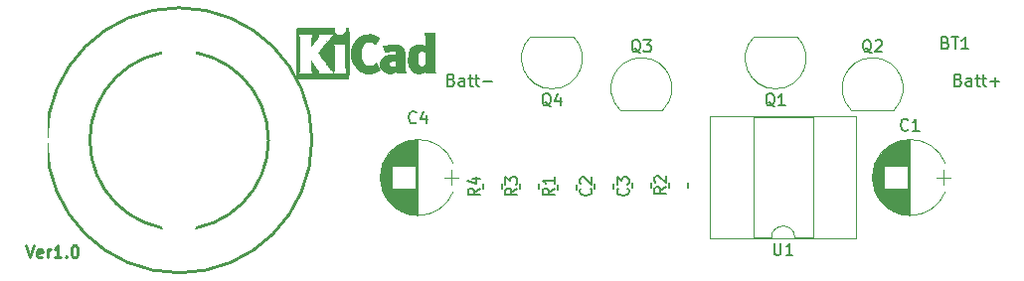
<source format=gto>
G04 #@! TF.GenerationSoftware,KiCad,Pcbnew,(5.0.1)-3*
G04 #@! TF.CreationDate,2018-12-03T12:15:07+01:00*
G04 #@! TF.ProjectId,drawdio,6472617764696F2E6B696361645F7063,rev?*
G04 #@! TF.SameCoordinates,PX60a6ad0PY525bfc0*
G04 #@! TF.FileFunction,Legend,Top*
G04 #@! TF.FilePolarity,Positive*
%FSLAX46Y46*%
G04 Gerber Fmt 4.6, Leading zero omitted, Abs format (unit mm)*
G04 Created by KiCad (PCBNEW (5.0.1)-3) date 03/12/2018 12:15:07*
%MOMM*%
%LPD*%
G01*
G04 APERTURE LIST*
%ADD10C,0.250000*%
%ADD11C,0.120000*%
%ADD12C,0.150000*%
%ADD13C,0.254000*%
%ADD14C,0.010000*%
%ADD15R,3.100000X1.600000*%
%ADD16R,1.998980X1.998980*%
%ADD17C,1.986130*%
%ADD18C,1.600000*%
%ADD19R,1.600000X1.600000*%
%ADD20O,4.500000X3.000000*%
%ADD21O,3.000000X7.000000*%
%ADD22C,3.000000*%
%ADD23R,1.000000X1.000000*%
%ADD24C,1.000000*%
%ADD25R,0.700000X0.900000*%
%ADD26O,2.000000X2.800000*%
G04 APERTURE END LIST*
D10*
X-48616905Y-9612380D02*
X-48283572Y-10612380D01*
X-47950239Y-9612380D01*
X-47235953Y-10564761D02*
X-47331191Y-10612380D01*
X-47521667Y-10612380D01*
X-47616905Y-10564761D01*
X-47664524Y-10469523D01*
X-47664524Y-10088571D01*
X-47616905Y-9993333D01*
X-47521667Y-9945714D01*
X-47331191Y-9945714D01*
X-47235953Y-9993333D01*
X-47188334Y-10088571D01*
X-47188334Y-10183809D01*
X-47664524Y-10279047D01*
X-46759762Y-10612380D02*
X-46759762Y-9945714D01*
X-46759762Y-10136190D02*
X-46712143Y-10040952D01*
X-46664524Y-9993333D01*
X-46569286Y-9945714D01*
X-46474048Y-9945714D01*
X-45616905Y-10612380D02*
X-46188334Y-10612380D01*
X-45902620Y-10612380D02*
X-45902620Y-9612380D01*
X-45997858Y-9755238D01*
X-46093096Y-9850476D01*
X-46188334Y-9898095D01*
X-45188334Y-10517142D02*
X-45140715Y-10564761D01*
X-45188334Y-10612380D01*
X-45235953Y-10564761D01*
X-45188334Y-10517142D01*
X-45188334Y-10612380D01*
X-44521667Y-9612380D02*
X-44426429Y-9612380D01*
X-44331191Y-9660000D01*
X-44283572Y-9707619D01*
X-44235953Y-9802857D01*
X-44188334Y-9993333D01*
X-44188334Y-10231428D01*
X-44235953Y-10421904D01*
X-44283572Y-10517142D01*
X-44331191Y-10564761D01*
X-44426429Y-10612380D01*
X-44521667Y-10612380D01*
X-44616905Y-10564761D01*
X-44664524Y-10517142D01*
X-44712143Y-10421904D01*
X-44759762Y-10231428D01*
X-44759762Y-9993333D01*
X-44712143Y-9802857D01*
X-44664524Y-9707619D01*
X-44616905Y-9660000D01*
X-44521667Y-9612380D01*
D11*
G04 #@! TO.C,U1*
X14875000Y-8950000D02*
G75*
G02X16875000Y-8950000I1000000J0D01*
G01*
X16875000Y-8950000D02*
X18410000Y-8950000D01*
X18410000Y-8950000D02*
X18410000Y1330000D01*
X18410000Y1330000D02*
X13340000Y1330000D01*
X13340000Y1330000D02*
X13340000Y-8950000D01*
X13340000Y-8950000D02*
X14875000Y-8950000D01*
X22110000Y-9010000D02*
X22110000Y1390000D01*
X22110000Y1390000D02*
X9640000Y1390000D01*
X9640000Y1390000D02*
X9640000Y-9010000D01*
X9640000Y-9010000D02*
X22110000Y-9010000D01*
D12*
G04 #@! TO.C,C2*
X3009900Y-4645660D02*
X3009900Y-4244340D01*
X3009900Y-4544060D02*
X3009900Y-4645660D01*
X4610100Y-4445000D02*
X4610100Y-4645660D01*
X4610100Y-4445000D02*
X4610100Y-4244340D01*
G04 #@! TO.C,C3*
X-165100Y-4523740D02*
X-165100Y-4724400D01*
X-165100Y-4523740D02*
X-165100Y-4323080D01*
X1435100Y-4424680D02*
X1435100Y-4323080D01*
X1435100Y-4323080D02*
X1435100Y-4724400D01*
D11*
G04 #@! TO.C,C4*
X-12370000Y-4460000D02*
X-12370000Y-3160000D01*
X-11770000Y-3810000D02*
X-12970000Y-3810000D01*
X-18421000Y-4278000D02*
X-18421000Y-3342000D01*
X-18381000Y-4486000D02*
X-18381000Y-3134000D01*
X-18341000Y-4644000D02*
X-18341000Y-2976000D01*
X-18301000Y-4776000D02*
X-18301000Y-2844000D01*
X-18261000Y-4891000D02*
X-18261000Y-2729000D01*
X-18221000Y-4994000D02*
X-18221000Y-2626000D01*
X-18181000Y-5088000D02*
X-18181000Y-2532000D01*
X-18141000Y-5174000D02*
X-18141000Y-2446000D01*
X-18101000Y-5255000D02*
X-18101000Y-2365000D01*
X-18061000Y-5330000D02*
X-18061000Y-2290000D01*
X-18021000Y-5401000D02*
X-18021000Y-2219000D01*
X-17981000Y-5468000D02*
X-17981000Y-2152000D01*
X-17941000Y-5531000D02*
X-17941000Y-2089000D01*
X-17901000Y-5591000D02*
X-17901000Y-2029000D01*
X-17861000Y-5649000D02*
X-17861000Y-1971000D01*
X-17821000Y-5704000D02*
X-17821000Y-1916000D01*
X-17781000Y-5756000D02*
X-17781000Y-1864000D01*
X-17741000Y-5807000D02*
X-17741000Y-1813000D01*
X-17701000Y-5855000D02*
X-17701000Y-1765000D01*
X-17661000Y-5902000D02*
X-17661000Y-1718000D01*
X-17621000Y-5947000D02*
X-17621000Y-1673000D01*
X-17581000Y-5990000D02*
X-17581000Y-1630000D01*
X-17541000Y-6032000D02*
X-17541000Y-1588000D01*
X-17501000Y-6072000D02*
X-17501000Y-1548000D01*
X-17461000Y-6111000D02*
X-17461000Y-1509000D01*
X-17421000Y-2830000D02*
X-17421000Y-1471000D01*
X-17421000Y-6149000D02*
X-17421000Y-4790000D01*
X-17381000Y-2830000D02*
X-17381000Y-1435000D01*
X-17381000Y-6185000D02*
X-17381000Y-4790000D01*
X-17341000Y-2830000D02*
X-17341000Y-1399000D01*
X-17341000Y-6221000D02*
X-17341000Y-4790000D01*
X-17301000Y-2830000D02*
X-17301000Y-1365000D01*
X-17301000Y-6255000D02*
X-17301000Y-4790000D01*
X-17261000Y-2830000D02*
X-17261000Y-1332000D01*
X-17261000Y-6288000D02*
X-17261000Y-4790000D01*
X-17221000Y-2830000D02*
X-17221000Y-1300000D01*
X-17221000Y-6320000D02*
X-17221000Y-4790000D01*
X-17181000Y-2830000D02*
X-17181000Y-1270000D01*
X-17181000Y-6350000D02*
X-17181000Y-4790000D01*
X-17141000Y-2830000D02*
X-17141000Y-1240000D01*
X-17141000Y-6380000D02*
X-17141000Y-4790000D01*
X-17101000Y-2830000D02*
X-17101000Y-1211000D01*
X-17101000Y-6409000D02*
X-17101000Y-4790000D01*
X-17061000Y-2830000D02*
X-17061000Y-1183000D01*
X-17061000Y-6437000D02*
X-17061000Y-4790000D01*
X-17021000Y-2830000D02*
X-17021000Y-1156000D01*
X-17021000Y-6464000D02*
X-17021000Y-4790000D01*
X-16981000Y-2830000D02*
X-16981000Y-1129000D01*
X-16981000Y-6491000D02*
X-16981000Y-4790000D01*
X-16941000Y-2830000D02*
X-16941000Y-1104000D01*
X-16941000Y-6516000D02*
X-16941000Y-4790000D01*
X-16901000Y-2830000D02*
X-16901000Y-1079000D01*
X-16901000Y-6541000D02*
X-16901000Y-4790000D01*
X-16861000Y-2830000D02*
X-16861000Y-1055000D01*
X-16861000Y-6565000D02*
X-16861000Y-4790000D01*
X-16821000Y-2830000D02*
X-16821000Y-1032000D01*
X-16821000Y-6588000D02*
X-16821000Y-4790000D01*
X-16781000Y-2830000D02*
X-16781000Y-1010000D01*
X-16781000Y-6610000D02*
X-16781000Y-4790000D01*
X-16741000Y-2830000D02*
X-16741000Y-988000D01*
X-16741000Y-6632000D02*
X-16741000Y-4790000D01*
X-16701000Y-2830000D02*
X-16701000Y-967000D01*
X-16701000Y-6653000D02*
X-16701000Y-4790000D01*
X-16661000Y-2830000D02*
X-16661000Y-947000D01*
X-16661000Y-6673000D02*
X-16661000Y-4790000D01*
X-16621000Y-2830000D02*
X-16621000Y-928000D01*
X-16621000Y-6692000D02*
X-16621000Y-4790000D01*
X-16581000Y-2830000D02*
X-16581000Y-909000D01*
X-16581000Y-6711000D02*
X-16581000Y-4790000D01*
X-16541000Y-2830000D02*
X-16541000Y-891000D01*
X-16541000Y-6729000D02*
X-16541000Y-4790000D01*
X-16501000Y-2830000D02*
X-16501000Y-873000D01*
X-16501000Y-6747000D02*
X-16501000Y-4790000D01*
X-16461000Y-2830000D02*
X-16461000Y-856000D01*
X-16461000Y-6764000D02*
X-16461000Y-4790000D01*
X-16421000Y-2830000D02*
X-16421000Y-840000D01*
X-16421000Y-6780000D02*
X-16421000Y-4790000D01*
X-16381000Y-2830000D02*
X-16381000Y-824000D01*
X-16381000Y-6796000D02*
X-16381000Y-4790000D01*
X-16341000Y-2830000D02*
X-16341000Y-809000D01*
X-16341000Y-6811000D02*
X-16341000Y-4790000D01*
X-16301000Y-2830000D02*
X-16301000Y-795000D01*
X-16301000Y-6825000D02*
X-16301000Y-4790000D01*
X-16261000Y-2830000D02*
X-16261000Y-781000D01*
X-16261000Y-6839000D02*
X-16261000Y-4790000D01*
X-16221000Y-2830000D02*
X-16221000Y-768000D01*
X-16221000Y-6852000D02*
X-16221000Y-4790000D01*
X-16181000Y-2830000D02*
X-16181000Y-755000D01*
X-16181000Y-6865000D02*
X-16181000Y-4790000D01*
X-16141000Y-2830000D02*
X-16141000Y-743000D01*
X-16141000Y-6877000D02*
X-16141000Y-4790000D01*
X-16101000Y-2830000D02*
X-16101000Y-731000D01*
X-16101000Y-6889000D02*
X-16101000Y-4790000D01*
X-16061000Y-2830000D02*
X-16061000Y-720000D01*
X-16061000Y-6900000D02*
X-16061000Y-4790000D01*
X-16021000Y-2830000D02*
X-16021000Y-710000D01*
X-16021000Y-6910000D02*
X-16021000Y-4790000D01*
X-15981000Y-2830000D02*
X-15981000Y-700000D01*
X-15981000Y-6920000D02*
X-15981000Y-4790000D01*
X-15941000Y-2830000D02*
X-15941000Y-691000D01*
X-15941000Y-6929000D02*
X-15941000Y-4790000D01*
X-15900000Y-2830000D02*
X-15900000Y-682000D01*
X-15900000Y-6938000D02*
X-15900000Y-4790000D01*
X-15860000Y-2830000D02*
X-15860000Y-673000D01*
X-15860000Y-6947000D02*
X-15860000Y-4790000D01*
X-15820000Y-2830000D02*
X-15820000Y-666000D01*
X-15820000Y-6954000D02*
X-15820000Y-4790000D01*
X-15780000Y-2830000D02*
X-15780000Y-658000D01*
X-15780000Y-6962000D02*
X-15780000Y-4790000D01*
X-15740000Y-2830000D02*
X-15740000Y-652000D01*
X-15740000Y-6968000D02*
X-15740000Y-4790000D01*
X-15700000Y-2830000D02*
X-15700000Y-645000D01*
X-15700000Y-6975000D02*
X-15700000Y-4790000D01*
X-15660000Y-2830000D02*
X-15660000Y-640000D01*
X-15660000Y-6980000D02*
X-15660000Y-4790000D01*
X-15620000Y-2830000D02*
X-15620000Y-634000D01*
X-15620000Y-6986000D02*
X-15620000Y-4790000D01*
X-15580000Y-2830000D02*
X-15580000Y-630000D01*
X-15580000Y-6990000D02*
X-15580000Y-4790000D01*
X-15540000Y-2830000D02*
X-15540000Y-625000D01*
X-15540000Y-6995000D02*
X-15540000Y-4790000D01*
X-15500000Y-2830000D02*
X-15500000Y-622000D01*
X-15500000Y-6998000D02*
X-15500000Y-4790000D01*
X-15460000Y-7002000D02*
X-15460000Y-618000D01*
X-15420000Y-7004000D02*
X-15420000Y-616000D01*
X-15380000Y-7007000D02*
X-15380000Y-613000D01*
X-15340000Y-7008000D02*
X-15340000Y-612000D01*
X-15300000Y-7010000D02*
X-15300000Y-610000D01*
X-15260000Y-7010000D02*
X-15260000Y-610000D01*
X-15220000Y-7010000D02*
X-15220000Y-610000D01*
X-18237820Y-2630864D02*
G75*
G03X-18237482Y-4990000I3017820J-1179136D01*
G01*
X-18237820Y-2630864D02*
G75*
G02X-12202518Y-2630000I3017820J-1179136D01*
G01*
X-18237820Y-4989136D02*
G75*
G03X-12202518Y-4990000I3017820J1179136D01*
G01*
D12*
G04 #@! TO.C,R3*
X-6515100Y-4523740D02*
X-6515100Y-4724400D01*
X-6515100Y-4523740D02*
X-6515100Y-4323080D01*
X-4914900Y-4424680D02*
X-4914900Y-4323080D01*
X-4914900Y-4323080D02*
X-4914900Y-4724400D01*
G04 #@! TO.C,R1*
X-1739900Y-4650740D02*
X-1739900Y-4450080D01*
X-1739900Y-4650740D02*
X-1739900Y-4851400D01*
X-3340100Y-4749800D02*
X-3340100Y-4851400D01*
X-3340100Y-4851400D02*
X-3340100Y-4450080D01*
G04 #@! TO.C,R2*
X7785100Y-4244340D02*
X7785100Y-4645660D01*
X7785100Y-4345940D02*
X7785100Y-4244340D01*
X6184900Y-4445000D02*
X6184900Y-4244340D01*
X6184900Y-4445000D02*
X6184900Y-4645660D01*
G04 #@! TO.C,R4*
X-8089900Y-4323080D02*
X-8089900Y-4724400D01*
X-8089900Y-4424680D02*
X-8089900Y-4323080D01*
X-9690100Y-4523740D02*
X-9690100Y-4323080D01*
X-9690100Y-4523740D02*
X-9690100Y-4724400D01*
D13*
G04 #@! TO.C,P4*
X-27954081Y-635000D02*
G75*
G03X-27954081Y-635000I-7605919J0D01*
G01*
X-24259558Y-635000D02*
G75*
G03X-24259558Y-635000I-11300442J0D01*
G01*
D11*
G04 #@! TO.C,C1*
X29540000Y-4460000D02*
X29540000Y-3160000D01*
X30140000Y-3810000D02*
X28940000Y-3810000D01*
X23489000Y-4278000D02*
X23489000Y-3342000D01*
X23529000Y-4486000D02*
X23529000Y-3134000D01*
X23569000Y-4644000D02*
X23569000Y-2976000D01*
X23609000Y-4776000D02*
X23609000Y-2844000D01*
X23649000Y-4891000D02*
X23649000Y-2729000D01*
X23689000Y-4994000D02*
X23689000Y-2626000D01*
X23729000Y-5088000D02*
X23729000Y-2532000D01*
X23769000Y-5174000D02*
X23769000Y-2446000D01*
X23809000Y-5255000D02*
X23809000Y-2365000D01*
X23849000Y-5330000D02*
X23849000Y-2290000D01*
X23889000Y-5401000D02*
X23889000Y-2219000D01*
X23929000Y-5468000D02*
X23929000Y-2152000D01*
X23969000Y-5531000D02*
X23969000Y-2089000D01*
X24009000Y-5591000D02*
X24009000Y-2029000D01*
X24049000Y-5649000D02*
X24049000Y-1971000D01*
X24089000Y-5704000D02*
X24089000Y-1916000D01*
X24129000Y-5756000D02*
X24129000Y-1864000D01*
X24169000Y-5807000D02*
X24169000Y-1813000D01*
X24209000Y-5855000D02*
X24209000Y-1765000D01*
X24249000Y-5902000D02*
X24249000Y-1718000D01*
X24289000Y-5947000D02*
X24289000Y-1673000D01*
X24329000Y-5990000D02*
X24329000Y-1630000D01*
X24369000Y-6032000D02*
X24369000Y-1588000D01*
X24409000Y-6072000D02*
X24409000Y-1548000D01*
X24449000Y-6111000D02*
X24449000Y-1509000D01*
X24489000Y-2830000D02*
X24489000Y-1471000D01*
X24489000Y-6149000D02*
X24489000Y-4790000D01*
X24529000Y-2830000D02*
X24529000Y-1435000D01*
X24529000Y-6185000D02*
X24529000Y-4790000D01*
X24569000Y-2830000D02*
X24569000Y-1399000D01*
X24569000Y-6221000D02*
X24569000Y-4790000D01*
X24609000Y-2830000D02*
X24609000Y-1365000D01*
X24609000Y-6255000D02*
X24609000Y-4790000D01*
X24649000Y-2830000D02*
X24649000Y-1332000D01*
X24649000Y-6288000D02*
X24649000Y-4790000D01*
X24689000Y-2830000D02*
X24689000Y-1300000D01*
X24689000Y-6320000D02*
X24689000Y-4790000D01*
X24729000Y-2830000D02*
X24729000Y-1270000D01*
X24729000Y-6350000D02*
X24729000Y-4790000D01*
X24769000Y-2830000D02*
X24769000Y-1240000D01*
X24769000Y-6380000D02*
X24769000Y-4790000D01*
X24809000Y-2830000D02*
X24809000Y-1211000D01*
X24809000Y-6409000D02*
X24809000Y-4790000D01*
X24849000Y-2830000D02*
X24849000Y-1183000D01*
X24849000Y-6437000D02*
X24849000Y-4790000D01*
X24889000Y-2830000D02*
X24889000Y-1156000D01*
X24889000Y-6464000D02*
X24889000Y-4790000D01*
X24929000Y-2830000D02*
X24929000Y-1129000D01*
X24929000Y-6491000D02*
X24929000Y-4790000D01*
X24969000Y-2830000D02*
X24969000Y-1104000D01*
X24969000Y-6516000D02*
X24969000Y-4790000D01*
X25009000Y-2830000D02*
X25009000Y-1079000D01*
X25009000Y-6541000D02*
X25009000Y-4790000D01*
X25049000Y-2830000D02*
X25049000Y-1055000D01*
X25049000Y-6565000D02*
X25049000Y-4790000D01*
X25089000Y-2830000D02*
X25089000Y-1032000D01*
X25089000Y-6588000D02*
X25089000Y-4790000D01*
X25129000Y-2830000D02*
X25129000Y-1010000D01*
X25129000Y-6610000D02*
X25129000Y-4790000D01*
X25169000Y-2830000D02*
X25169000Y-988000D01*
X25169000Y-6632000D02*
X25169000Y-4790000D01*
X25209000Y-2830000D02*
X25209000Y-967000D01*
X25209000Y-6653000D02*
X25209000Y-4790000D01*
X25249000Y-2830000D02*
X25249000Y-947000D01*
X25249000Y-6673000D02*
X25249000Y-4790000D01*
X25289000Y-2830000D02*
X25289000Y-928000D01*
X25289000Y-6692000D02*
X25289000Y-4790000D01*
X25329000Y-2830000D02*
X25329000Y-909000D01*
X25329000Y-6711000D02*
X25329000Y-4790000D01*
X25369000Y-2830000D02*
X25369000Y-891000D01*
X25369000Y-6729000D02*
X25369000Y-4790000D01*
X25409000Y-2830000D02*
X25409000Y-873000D01*
X25409000Y-6747000D02*
X25409000Y-4790000D01*
X25449000Y-2830000D02*
X25449000Y-856000D01*
X25449000Y-6764000D02*
X25449000Y-4790000D01*
X25489000Y-2830000D02*
X25489000Y-840000D01*
X25489000Y-6780000D02*
X25489000Y-4790000D01*
X25529000Y-2830000D02*
X25529000Y-824000D01*
X25529000Y-6796000D02*
X25529000Y-4790000D01*
X25569000Y-2830000D02*
X25569000Y-809000D01*
X25569000Y-6811000D02*
X25569000Y-4790000D01*
X25609000Y-2830000D02*
X25609000Y-795000D01*
X25609000Y-6825000D02*
X25609000Y-4790000D01*
X25649000Y-2830000D02*
X25649000Y-781000D01*
X25649000Y-6839000D02*
X25649000Y-4790000D01*
X25689000Y-2830000D02*
X25689000Y-768000D01*
X25689000Y-6852000D02*
X25689000Y-4790000D01*
X25729000Y-2830000D02*
X25729000Y-755000D01*
X25729000Y-6865000D02*
X25729000Y-4790000D01*
X25769000Y-2830000D02*
X25769000Y-743000D01*
X25769000Y-6877000D02*
X25769000Y-4790000D01*
X25809000Y-2830000D02*
X25809000Y-731000D01*
X25809000Y-6889000D02*
X25809000Y-4790000D01*
X25849000Y-2830000D02*
X25849000Y-720000D01*
X25849000Y-6900000D02*
X25849000Y-4790000D01*
X25889000Y-2830000D02*
X25889000Y-710000D01*
X25889000Y-6910000D02*
X25889000Y-4790000D01*
X25929000Y-2830000D02*
X25929000Y-700000D01*
X25929000Y-6920000D02*
X25929000Y-4790000D01*
X25969000Y-2830000D02*
X25969000Y-691000D01*
X25969000Y-6929000D02*
X25969000Y-4790000D01*
X26010000Y-2830000D02*
X26010000Y-682000D01*
X26010000Y-6938000D02*
X26010000Y-4790000D01*
X26050000Y-2830000D02*
X26050000Y-673000D01*
X26050000Y-6947000D02*
X26050000Y-4790000D01*
X26090000Y-2830000D02*
X26090000Y-666000D01*
X26090000Y-6954000D02*
X26090000Y-4790000D01*
X26130000Y-2830000D02*
X26130000Y-658000D01*
X26130000Y-6962000D02*
X26130000Y-4790000D01*
X26170000Y-2830000D02*
X26170000Y-652000D01*
X26170000Y-6968000D02*
X26170000Y-4790000D01*
X26210000Y-2830000D02*
X26210000Y-645000D01*
X26210000Y-6975000D02*
X26210000Y-4790000D01*
X26250000Y-2830000D02*
X26250000Y-640000D01*
X26250000Y-6980000D02*
X26250000Y-4790000D01*
X26290000Y-2830000D02*
X26290000Y-634000D01*
X26290000Y-6986000D02*
X26290000Y-4790000D01*
X26330000Y-2830000D02*
X26330000Y-630000D01*
X26330000Y-6990000D02*
X26330000Y-4790000D01*
X26370000Y-2830000D02*
X26370000Y-625000D01*
X26370000Y-6995000D02*
X26370000Y-4790000D01*
X26410000Y-2830000D02*
X26410000Y-622000D01*
X26410000Y-6998000D02*
X26410000Y-4790000D01*
X26450000Y-7002000D02*
X26450000Y-618000D01*
X26490000Y-7004000D02*
X26490000Y-616000D01*
X26530000Y-7007000D02*
X26530000Y-613000D01*
X26570000Y-7008000D02*
X26570000Y-612000D01*
X26610000Y-7010000D02*
X26610000Y-610000D01*
X26650000Y-7010000D02*
X26650000Y-610000D01*
X26690000Y-7010000D02*
X26690000Y-610000D01*
X23672180Y-2630864D02*
G75*
G03X23672518Y-4990000I3017820J-1179136D01*
G01*
X23672180Y-2630864D02*
G75*
G02X29707482Y-2630000I3017820J-1179136D01*
G01*
X23672180Y-4989136D02*
G75*
G03X29707482Y-4990000I3017820J1179136D01*
G01*
D14*
G04 #@! TO.C,REF\002A\002A*
G36*
X-21233637Y8942301D02*
X-21211845Y8935024D01*
X-21193414Y8918580D01*
X-21178065Y8889803D01*
X-21165519Y8845526D01*
X-21155495Y8782582D01*
X-21147717Y8697806D01*
X-21141904Y8588029D01*
X-21137777Y8450086D01*
X-21135057Y8280809D01*
X-21133465Y8077032D01*
X-21132723Y7835589D01*
X-21132550Y7553313D01*
X-21132668Y7227036D01*
X-21132797Y6853593D01*
X-21132800Y6794500D01*
X-21132878Y6419116D01*
X-21133151Y6091289D01*
X-21133682Y5807779D01*
X-21134531Y5565342D01*
X-21135760Y5360739D01*
X-21137431Y5190726D01*
X-21139605Y5052061D01*
X-21142343Y4941504D01*
X-21145708Y4855812D01*
X-21149759Y4791743D01*
X-21154559Y4746056D01*
X-21160169Y4715508D01*
X-21166651Y4696859D01*
X-21172715Y4688115D01*
X-21183791Y4681008D01*
X-21203999Y4674787D01*
X-21236510Y4669394D01*
X-21284497Y4664771D01*
X-21351133Y4660860D01*
X-21439590Y4657604D01*
X-21553040Y4654944D01*
X-21694656Y4652825D01*
X-21867610Y4651187D01*
X-22075076Y4649972D01*
X-22320224Y4649124D01*
X-22606229Y4648585D01*
X-22936261Y4648297D01*
X-23313495Y4648202D01*
X-23368001Y4648200D01*
X-23751824Y4648274D01*
X-24088020Y4648533D01*
X-24379761Y4649035D01*
X-24630219Y4649838D01*
X-24842568Y4651000D01*
X-25019979Y4652578D01*
X-25165625Y4654629D01*
X-25282678Y4657213D01*
X-25374312Y4660385D01*
X-25443697Y4664205D01*
X-25494008Y4668729D01*
X-25528416Y4674015D01*
X-25550093Y4680121D01*
X-25562213Y4687105D01*
X-25563286Y4688115D01*
X-25570535Y4699373D01*
X-25576862Y4719848D01*
X-25582328Y4752781D01*
X-25586994Y4801414D01*
X-25590922Y4868989D01*
X-25594174Y4958748D01*
X-25596810Y5073932D01*
X-25598893Y5217783D01*
X-25600483Y5393544D01*
X-25601642Y5604456D01*
X-25602432Y5853761D01*
X-25602914Y6144700D01*
X-25603149Y6480516D01*
X-25603200Y6794500D01*
X-25603123Y7169885D01*
X-25602850Y7497712D01*
X-25602319Y7781222D01*
X-25601470Y8023659D01*
X-25600241Y8228262D01*
X-25599052Y8349271D01*
X-25323801Y8349271D01*
X-25313363Y8324362D01*
X-25287056Y8270156D01*
X-25273001Y8242301D01*
X-25262068Y8219226D01*
X-25252826Y8193580D01*
X-25245133Y8161141D01*
X-25238848Y8117692D01*
X-25233828Y8059012D01*
X-25229932Y7980883D01*
X-25227017Y7879083D01*
X-25224943Y7749395D01*
X-25223566Y7587599D01*
X-25222746Y7389475D01*
X-25222341Y7150803D01*
X-25222209Y6867365D01*
X-25222201Y6730710D01*
X-25222561Y6467274D01*
X-25223598Y6218963D01*
X-25225244Y5990444D01*
X-25227432Y5786382D01*
X-25230097Y5611442D01*
X-25233170Y5470289D01*
X-25236585Y5367590D01*
X-25240276Y5308009D01*
X-25242776Y5294630D01*
X-25267200Y5254864D01*
X-25293032Y5200650D01*
X-25322711Y5130800D01*
X-24796206Y5131189D01*
X-24641033Y5132151D01*
X-24506650Y5134619D01*
X-24400001Y5138326D01*
X-24328030Y5143008D01*
X-24297681Y5148400D01*
X-24297906Y5150239D01*
X-24327855Y5184174D01*
X-24363668Y5242374D01*
X-24367756Y5250189D01*
X-24382682Y5287479D01*
X-24393693Y5337733D01*
X-24401331Y5408444D01*
X-24406134Y5507102D01*
X-24408644Y5641200D01*
X-24409399Y5818228D01*
X-24409400Y5828039D01*
X-24408167Y6005653D01*
X-24404604Y6148124D01*
X-24398922Y6251273D01*
X-24391328Y6310922D01*
X-24384586Y6324600D01*
X-24355086Y6305230D01*
X-24317359Y6258256D01*
X-24315085Y6254750D01*
X-24274507Y6197732D01*
X-24240301Y6159500D01*
X-24209853Y6122368D01*
X-24169917Y6060034D01*
X-24156329Y6036167D01*
X-24114180Y5969070D01*
X-24051473Y5880280D01*
X-23980408Y5786936D01*
X-23966458Y5769467D01*
X-23858339Y5626656D01*
X-23767862Y5490033D01*
X-23699611Y5367651D01*
X-23658169Y5267560D01*
X-23647400Y5209077D01*
X-23647400Y5130800D01*
X-22520945Y5130800D01*
X-22533071Y5144512D01*
X-22377400Y5144512D01*
X-22353301Y5140243D01*
X-22286204Y5136515D01*
X-22183911Y5133552D01*
X-22054222Y5131574D01*
X-21904939Y5130804D01*
X-21894800Y5130800D01*
X-21718033Y5131592D01*
X-21586899Y5134194D01*
X-21496253Y5138944D01*
X-21440950Y5146182D01*
X-21415844Y5156248D01*
X-21413008Y5162550D01*
X-21427962Y5206446D01*
X-21451108Y5243605D01*
X-21460302Y5262308D01*
X-21467898Y5294805D01*
X-21474041Y5345502D01*
X-21478873Y5418804D01*
X-21482536Y5519117D01*
X-21485174Y5650846D01*
X-21486930Y5818396D01*
X-21487947Y6026173D01*
X-21488367Y6278582D01*
X-21488400Y6392955D01*
X-21488400Y7493000D01*
X-22353305Y7493000D01*
X-22314553Y7418062D01*
X-22304522Y7392185D01*
X-22296333Y7353908D01*
X-22289808Y7298393D01*
X-22284774Y7220803D01*
X-22281053Y7116300D01*
X-22278471Y6980046D01*
X-22276852Y6807203D01*
X-22276021Y6592933D01*
X-22275800Y6350250D01*
X-22275914Y6098560D01*
X-22276415Y5892489D01*
X-22277545Y5726853D01*
X-22279545Y5596473D01*
X-22282655Y5496165D01*
X-22287117Y5420749D01*
X-22293171Y5365043D01*
X-22301059Y5323865D01*
X-22311021Y5292033D01*
X-22323299Y5264365D01*
X-22326600Y5257800D01*
X-22357510Y5194364D01*
X-22375520Y5151890D01*
X-22377400Y5144512D01*
X-22533071Y5144512D01*
X-22582523Y5200430D01*
X-22626445Y5249734D01*
X-22654627Y5280710D01*
X-22656800Y5282980D01*
X-22714555Y5346095D01*
X-22786037Y5430311D01*
X-22861103Y5522935D01*
X-22929609Y5611275D01*
X-22981412Y5682639D01*
X-23001624Y5714453D01*
X-23041845Y5778416D01*
X-23105338Y5869701D01*
X-23183196Y5976320D01*
X-23266513Y6086285D01*
X-23346383Y6187610D01*
X-23408727Y6262393D01*
X-23469171Y6339452D01*
X-23525841Y6423057D01*
X-23530022Y6429950D01*
X-23657363Y6628064D01*
X-23753006Y6758644D01*
X-23822964Y6849788D01*
X-23741532Y6937240D01*
X-23671340Y7016339D01*
X-23581285Y7123108D01*
X-23481943Y7244549D01*
X-23383893Y7367661D01*
X-23297711Y7479445D01*
X-23268849Y7518185D01*
X-22964059Y7898108D01*
X-22724721Y8155213D01*
X-22525941Y8356600D01*
X-23071253Y8356600D01*
X-23256450Y8356477D01*
X-23397002Y8355139D01*
X-23499063Y8351133D01*
X-23568788Y8343007D01*
X-23612331Y8329309D01*
X-23635847Y8308584D01*
X-23645489Y8279382D01*
X-23647414Y8240249D01*
X-23647400Y8220610D01*
X-23662988Y8167158D01*
X-23702059Y8099879D01*
X-23719701Y8076638D01*
X-23778348Y7999332D01*
X-23841110Y7908414D01*
X-23863198Y7874000D01*
X-23906448Y7807236D01*
X-23940088Y7760069D01*
X-23951761Y7747000D01*
X-23981555Y7717661D01*
X-24030755Y7661982D01*
X-24090478Y7590892D01*
X-24151838Y7515319D01*
X-24205953Y7446192D01*
X-24243937Y7394439D01*
X-24257000Y7371517D01*
X-24273818Y7342026D01*
X-24315854Y7294283D01*
X-24333201Y7277100D01*
X-24409401Y7204096D01*
X-24409400Y7623912D01*
X-24407807Y7806698D01*
X-24402105Y7949524D01*
X-24390907Y8063160D01*
X-24372828Y8158371D01*
X-24346482Y8245925D01*
X-24320836Y8312150D01*
X-24317606Y8327229D01*
X-24326351Y8338462D01*
X-24353295Y8346409D01*
X-24404662Y8351633D01*
X-24486676Y8354697D01*
X-24605561Y8356162D01*
X-24767540Y8356590D01*
X-24813083Y8356600D01*
X-24967917Y8356254D01*
X-25103878Y8355288D01*
X-25213383Y8353810D01*
X-25288849Y8351929D01*
X-25322692Y8349755D01*
X-25323801Y8349271D01*
X-25599052Y8349271D01*
X-25598570Y8398275D01*
X-25596396Y8536940D01*
X-25593658Y8647497D01*
X-25590293Y8733189D01*
X-25586242Y8797258D01*
X-25581442Y8842945D01*
X-25575832Y8873493D01*
X-25569350Y8892142D01*
X-25563286Y8900886D01*
X-25550822Y8909066D01*
X-25528563Y8916062D01*
X-25492809Y8921966D01*
X-25439859Y8926867D01*
X-25366012Y8930856D01*
X-25267569Y8934022D01*
X-25140827Y8936456D01*
X-24982087Y8938248D01*
X-24787647Y8939489D01*
X-24553807Y8940267D01*
X-24276865Y8940674D01*
X-23953122Y8940800D01*
X-22326600Y8940800D01*
X-22326600Y8844582D01*
X-22306521Y8728665D01*
X-22253475Y8610000D01*
X-22178246Y8509009D01*
X-22125994Y8464756D01*
X-22012454Y8417630D01*
X-21881500Y8407364D01*
X-21747372Y8431082D01*
X-21624310Y8485911D01*
X-21526552Y8568977D01*
X-21511200Y8588853D01*
X-21464194Y8689572D01*
X-21442561Y8805123D01*
X-21431310Y8940801D01*
X-21321970Y8940800D01*
X-21288420Y8942023D01*
X-21259069Y8943579D01*
X-21233637Y8942301D01*
X-21233637Y8942301D01*
G37*
X-21233637Y8942301D02*
X-21211845Y8935024D01*
X-21193414Y8918580D01*
X-21178065Y8889803D01*
X-21165519Y8845526D01*
X-21155495Y8782582D01*
X-21147717Y8697806D01*
X-21141904Y8588029D01*
X-21137777Y8450086D01*
X-21135057Y8280809D01*
X-21133465Y8077032D01*
X-21132723Y7835589D01*
X-21132550Y7553313D01*
X-21132668Y7227036D01*
X-21132797Y6853593D01*
X-21132800Y6794500D01*
X-21132878Y6419116D01*
X-21133151Y6091289D01*
X-21133682Y5807779D01*
X-21134531Y5565342D01*
X-21135760Y5360739D01*
X-21137431Y5190726D01*
X-21139605Y5052061D01*
X-21142343Y4941504D01*
X-21145708Y4855812D01*
X-21149759Y4791743D01*
X-21154559Y4746056D01*
X-21160169Y4715508D01*
X-21166651Y4696859D01*
X-21172715Y4688115D01*
X-21183791Y4681008D01*
X-21203999Y4674787D01*
X-21236510Y4669394D01*
X-21284497Y4664771D01*
X-21351133Y4660860D01*
X-21439590Y4657604D01*
X-21553040Y4654944D01*
X-21694656Y4652825D01*
X-21867610Y4651187D01*
X-22075076Y4649972D01*
X-22320224Y4649124D01*
X-22606229Y4648585D01*
X-22936261Y4648297D01*
X-23313495Y4648202D01*
X-23368001Y4648200D01*
X-23751824Y4648274D01*
X-24088020Y4648533D01*
X-24379761Y4649035D01*
X-24630219Y4649838D01*
X-24842568Y4651000D01*
X-25019979Y4652578D01*
X-25165625Y4654629D01*
X-25282678Y4657213D01*
X-25374312Y4660385D01*
X-25443697Y4664205D01*
X-25494008Y4668729D01*
X-25528416Y4674015D01*
X-25550093Y4680121D01*
X-25562213Y4687105D01*
X-25563286Y4688115D01*
X-25570535Y4699373D01*
X-25576862Y4719848D01*
X-25582328Y4752781D01*
X-25586994Y4801414D01*
X-25590922Y4868989D01*
X-25594174Y4958748D01*
X-25596810Y5073932D01*
X-25598893Y5217783D01*
X-25600483Y5393544D01*
X-25601642Y5604456D01*
X-25602432Y5853761D01*
X-25602914Y6144700D01*
X-25603149Y6480516D01*
X-25603200Y6794500D01*
X-25603123Y7169885D01*
X-25602850Y7497712D01*
X-25602319Y7781222D01*
X-25601470Y8023659D01*
X-25600241Y8228262D01*
X-25599052Y8349271D01*
X-25323801Y8349271D01*
X-25313363Y8324362D01*
X-25287056Y8270156D01*
X-25273001Y8242301D01*
X-25262068Y8219226D01*
X-25252826Y8193580D01*
X-25245133Y8161141D01*
X-25238848Y8117692D01*
X-25233828Y8059012D01*
X-25229932Y7980883D01*
X-25227017Y7879083D01*
X-25224943Y7749395D01*
X-25223566Y7587599D01*
X-25222746Y7389475D01*
X-25222341Y7150803D01*
X-25222209Y6867365D01*
X-25222201Y6730710D01*
X-25222561Y6467274D01*
X-25223598Y6218963D01*
X-25225244Y5990444D01*
X-25227432Y5786382D01*
X-25230097Y5611442D01*
X-25233170Y5470289D01*
X-25236585Y5367590D01*
X-25240276Y5308009D01*
X-25242776Y5294630D01*
X-25267200Y5254864D01*
X-25293032Y5200650D01*
X-25322711Y5130800D01*
X-24796206Y5131189D01*
X-24641033Y5132151D01*
X-24506650Y5134619D01*
X-24400001Y5138326D01*
X-24328030Y5143008D01*
X-24297681Y5148400D01*
X-24297906Y5150239D01*
X-24327855Y5184174D01*
X-24363668Y5242374D01*
X-24367756Y5250189D01*
X-24382682Y5287479D01*
X-24393693Y5337733D01*
X-24401331Y5408444D01*
X-24406134Y5507102D01*
X-24408644Y5641200D01*
X-24409399Y5818228D01*
X-24409400Y5828039D01*
X-24408167Y6005653D01*
X-24404604Y6148124D01*
X-24398922Y6251273D01*
X-24391328Y6310922D01*
X-24384586Y6324600D01*
X-24355086Y6305230D01*
X-24317359Y6258256D01*
X-24315085Y6254750D01*
X-24274507Y6197732D01*
X-24240301Y6159500D01*
X-24209853Y6122368D01*
X-24169917Y6060034D01*
X-24156329Y6036167D01*
X-24114180Y5969070D01*
X-24051473Y5880280D01*
X-23980408Y5786936D01*
X-23966458Y5769467D01*
X-23858339Y5626656D01*
X-23767862Y5490033D01*
X-23699611Y5367651D01*
X-23658169Y5267560D01*
X-23647400Y5209077D01*
X-23647400Y5130800D01*
X-22520945Y5130800D01*
X-22533071Y5144512D01*
X-22377400Y5144512D01*
X-22353301Y5140243D01*
X-22286204Y5136515D01*
X-22183911Y5133552D01*
X-22054222Y5131574D01*
X-21904939Y5130804D01*
X-21894800Y5130800D01*
X-21718033Y5131592D01*
X-21586899Y5134194D01*
X-21496253Y5138944D01*
X-21440950Y5146182D01*
X-21415844Y5156248D01*
X-21413008Y5162550D01*
X-21427962Y5206446D01*
X-21451108Y5243605D01*
X-21460302Y5262308D01*
X-21467898Y5294805D01*
X-21474041Y5345502D01*
X-21478873Y5418804D01*
X-21482536Y5519117D01*
X-21485174Y5650846D01*
X-21486930Y5818396D01*
X-21487947Y6026173D01*
X-21488367Y6278582D01*
X-21488400Y6392955D01*
X-21488400Y7493000D01*
X-22353305Y7493000D01*
X-22314553Y7418062D01*
X-22304522Y7392185D01*
X-22296333Y7353908D01*
X-22289808Y7298393D01*
X-22284774Y7220803D01*
X-22281053Y7116300D01*
X-22278471Y6980046D01*
X-22276852Y6807203D01*
X-22276021Y6592933D01*
X-22275800Y6350250D01*
X-22275914Y6098560D01*
X-22276415Y5892489D01*
X-22277545Y5726853D01*
X-22279545Y5596473D01*
X-22282655Y5496165D01*
X-22287117Y5420749D01*
X-22293171Y5365043D01*
X-22301059Y5323865D01*
X-22311021Y5292033D01*
X-22323299Y5264365D01*
X-22326600Y5257800D01*
X-22357510Y5194364D01*
X-22375520Y5151890D01*
X-22377400Y5144512D01*
X-22533071Y5144512D01*
X-22582523Y5200430D01*
X-22626445Y5249734D01*
X-22654627Y5280710D01*
X-22656800Y5282980D01*
X-22714555Y5346095D01*
X-22786037Y5430311D01*
X-22861103Y5522935D01*
X-22929609Y5611275D01*
X-22981412Y5682639D01*
X-23001624Y5714453D01*
X-23041845Y5778416D01*
X-23105338Y5869701D01*
X-23183196Y5976320D01*
X-23266513Y6086285D01*
X-23346383Y6187610D01*
X-23408727Y6262393D01*
X-23469171Y6339452D01*
X-23525841Y6423057D01*
X-23530022Y6429950D01*
X-23657363Y6628064D01*
X-23753006Y6758644D01*
X-23822964Y6849788D01*
X-23741532Y6937240D01*
X-23671340Y7016339D01*
X-23581285Y7123108D01*
X-23481943Y7244549D01*
X-23383893Y7367661D01*
X-23297711Y7479445D01*
X-23268849Y7518185D01*
X-22964059Y7898108D01*
X-22724721Y8155213D01*
X-22525941Y8356600D01*
X-23071253Y8356600D01*
X-23256450Y8356477D01*
X-23397002Y8355139D01*
X-23499063Y8351133D01*
X-23568788Y8343007D01*
X-23612331Y8329309D01*
X-23635847Y8308584D01*
X-23645489Y8279382D01*
X-23647414Y8240249D01*
X-23647400Y8220610D01*
X-23662988Y8167158D01*
X-23702059Y8099879D01*
X-23719701Y8076638D01*
X-23778348Y7999332D01*
X-23841110Y7908414D01*
X-23863198Y7874000D01*
X-23906448Y7807236D01*
X-23940088Y7760069D01*
X-23951761Y7747000D01*
X-23981555Y7717661D01*
X-24030755Y7661982D01*
X-24090478Y7590892D01*
X-24151838Y7515319D01*
X-24205953Y7446192D01*
X-24243937Y7394439D01*
X-24257000Y7371517D01*
X-24273818Y7342026D01*
X-24315854Y7294283D01*
X-24333201Y7277100D01*
X-24409401Y7204096D01*
X-24409400Y7623912D01*
X-24407807Y7806698D01*
X-24402105Y7949524D01*
X-24390907Y8063160D01*
X-24372828Y8158371D01*
X-24346482Y8245925D01*
X-24320836Y8312150D01*
X-24317606Y8327229D01*
X-24326351Y8338462D01*
X-24353295Y8346409D01*
X-24404662Y8351633D01*
X-24486676Y8354697D01*
X-24605561Y8356162D01*
X-24767540Y8356590D01*
X-24813083Y8356600D01*
X-24967917Y8356254D01*
X-25103878Y8355288D01*
X-25213383Y8353810D01*
X-25288849Y8351929D01*
X-25322692Y8349755D01*
X-25323801Y8349271D01*
X-25599052Y8349271D01*
X-25598570Y8398275D01*
X-25596396Y8536940D01*
X-25593658Y8647497D01*
X-25590293Y8733189D01*
X-25586242Y8797258D01*
X-25581442Y8842945D01*
X-25575832Y8873493D01*
X-25569350Y8892142D01*
X-25563286Y8900886D01*
X-25550822Y8909066D01*
X-25528563Y8916062D01*
X-25492809Y8921966D01*
X-25439859Y8926867D01*
X-25366012Y8930856D01*
X-25267569Y8934022D01*
X-25140827Y8936456D01*
X-24982087Y8938248D01*
X-24787647Y8939489D01*
X-24553807Y8940267D01*
X-24276865Y8940674D01*
X-23953122Y8940800D01*
X-22326600Y8940800D01*
X-22326600Y8844582D01*
X-22306521Y8728665D01*
X-22253475Y8610000D01*
X-22178246Y8509009D01*
X-22125994Y8464756D01*
X-22012454Y8417630D01*
X-21881500Y8407364D01*
X-21747372Y8431082D01*
X-21624310Y8485911D01*
X-21526552Y8568977D01*
X-21511200Y8588853D01*
X-21464194Y8689572D01*
X-21442561Y8805123D01*
X-21431310Y8940801D01*
X-21321970Y8940800D01*
X-21288420Y8942023D01*
X-21259069Y8943579D01*
X-21233637Y8942301D01*
G36*
X-19140324Y8378659D02*
X-19099089Y8368857D01*
X-19028121Y8346171D01*
X-18932827Y8310037D01*
X-18825479Y8265813D01*
X-18718347Y8218853D01*
X-18623702Y8174513D01*
X-18553815Y8138149D01*
X-18522936Y8117402D01*
X-18532626Y8094418D01*
X-18564964Y8039492D01*
X-18613536Y7962349D01*
X-18671926Y7872712D01*
X-18733719Y7780305D01*
X-18792498Y7694849D01*
X-18841848Y7626070D01*
X-18874323Y7584841D01*
X-18902764Y7587376D01*
X-18954919Y7617665D01*
X-18998593Y7651688D01*
X-19143702Y7743774D01*
X-19308513Y7789441D01*
X-19466902Y7790716D01*
X-19637602Y7750098D01*
X-19781741Y7666873D01*
X-19898755Y7542075D01*
X-19988081Y7376740D01*
X-20049157Y7171903D01*
X-20081419Y6928599D01*
X-20084574Y6654800D01*
X-20063133Y6407174D01*
X-20018016Y6201259D01*
X-19947370Y6032895D01*
X-19849343Y5897920D01*
X-19722083Y5792174D01*
X-19692421Y5773849D01*
X-19615227Y5733585D01*
X-19543762Y5712124D01*
X-19455973Y5704324D01*
X-19392900Y5703991D01*
X-19233183Y5719646D01*
X-19094453Y5767608D01*
X-18960375Y5854387D01*
X-18910154Y5896337D01*
X-18855908Y5940838D01*
X-18819586Y5964775D01*
X-18811945Y5966031D01*
X-18789784Y5932712D01*
X-18750502Y5868667D01*
X-18699770Y5783652D01*
X-18643257Y5687425D01*
X-18586634Y5589743D01*
X-18535569Y5500364D01*
X-18495735Y5429044D01*
X-18472799Y5385540D01*
X-18469547Y5376820D01*
X-18494782Y5363446D01*
X-18552656Y5332747D01*
X-18630938Y5291214D01*
X-18635543Y5288770D01*
X-18797853Y5208388D01*
X-18940788Y5153072D01*
X-19082728Y5118014D01*
X-19242053Y5098407D01*
X-19392900Y5090660D01*
X-19585715Y5089431D01*
X-19737750Y5098887D01*
X-19828564Y5114435D01*
X-20060799Y5199282D01*
X-20273841Y5328282D01*
X-20463634Y5497094D01*
X-20626122Y5701377D01*
X-20757248Y5936791D01*
X-20852956Y6198995D01*
X-20857452Y6215368D01*
X-20893750Y6401974D01*
X-20912655Y6616080D01*
X-20914177Y6839743D01*
X-20898331Y7055018D01*
X-20865128Y7243960D01*
X-20856703Y7275956D01*
X-20754939Y7549565D01*
X-20612268Y7795532D01*
X-20431196Y8010347D01*
X-20214230Y8190505D01*
X-20193000Y8204918D01*
X-20015356Y8297496D01*
X-19807302Y8363252D01*
X-19582802Y8400093D01*
X-19355822Y8405927D01*
X-19140324Y8378659D01*
X-19140324Y8378659D01*
G37*
X-19140324Y8378659D02*
X-19099089Y8368857D01*
X-19028121Y8346171D01*
X-18932827Y8310037D01*
X-18825479Y8265813D01*
X-18718347Y8218853D01*
X-18623702Y8174513D01*
X-18553815Y8138149D01*
X-18522936Y8117402D01*
X-18532626Y8094418D01*
X-18564964Y8039492D01*
X-18613536Y7962349D01*
X-18671926Y7872712D01*
X-18733719Y7780305D01*
X-18792498Y7694849D01*
X-18841848Y7626070D01*
X-18874323Y7584841D01*
X-18902764Y7587376D01*
X-18954919Y7617665D01*
X-18998593Y7651688D01*
X-19143702Y7743774D01*
X-19308513Y7789441D01*
X-19466902Y7790716D01*
X-19637602Y7750098D01*
X-19781741Y7666873D01*
X-19898755Y7542075D01*
X-19988081Y7376740D01*
X-20049157Y7171903D01*
X-20081419Y6928599D01*
X-20084574Y6654800D01*
X-20063133Y6407174D01*
X-20018016Y6201259D01*
X-19947370Y6032895D01*
X-19849343Y5897920D01*
X-19722083Y5792174D01*
X-19692421Y5773849D01*
X-19615227Y5733585D01*
X-19543762Y5712124D01*
X-19455973Y5704324D01*
X-19392900Y5703991D01*
X-19233183Y5719646D01*
X-19094453Y5767608D01*
X-18960375Y5854387D01*
X-18910154Y5896337D01*
X-18855908Y5940838D01*
X-18819586Y5964775D01*
X-18811945Y5966031D01*
X-18789784Y5932712D01*
X-18750502Y5868667D01*
X-18699770Y5783652D01*
X-18643257Y5687425D01*
X-18586634Y5589743D01*
X-18535569Y5500364D01*
X-18495735Y5429044D01*
X-18472799Y5385540D01*
X-18469547Y5376820D01*
X-18494782Y5363446D01*
X-18552656Y5332747D01*
X-18630938Y5291214D01*
X-18635543Y5288770D01*
X-18797853Y5208388D01*
X-18940788Y5153072D01*
X-19082728Y5118014D01*
X-19242053Y5098407D01*
X-19392900Y5090660D01*
X-19585715Y5089431D01*
X-19737750Y5098887D01*
X-19828564Y5114435D01*
X-20060799Y5199282D01*
X-20273841Y5328282D01*
X-20463634Y5497094D01*
X-20626122Y5701377D01*
X-20757248Y5936791D01*
X-20852956Y6198995D01*
X-20857452Y6215368D01*
X-20893750Y6401974D01*
X-20912655Y6616080D01*
X-20914177Y6839743D01*
X-20898331Y7055018D01*
X-20865128Y7243960D01*
X-20856703Y7275956D01*
X-20754939Y7549565D01*
X-20612268Y7795532D01*
X-20431196Y8010347D01*
X-20214230Y8190505D01*
X-20193000Y8204918D01*
X-20015356Y8297496D01*
X-19807302Y8363252D01*
X-19582802Y8400093D01*
X-19355822Y8405927D01*
X-19140324Y8378659D01*
G36*
X-17057380Y7532641D02*
X-16881424Y7492736D01*
X-16762487Y7448105D01*
X-16669902Y7392222D01*
X-16587221Y7318640D01*
X-16534083Y7263812D01*
X-16490604Y7212171D01*
X-16455709Y7158008D01*
X-16428324Y7095613D01*
X-16407376Y7019277D01*
X-16391791Y6923290D01*
X-16380496Y6801942D01*
X-16372415Y6649525D01*
X-16366477Y6460330D01*
X-16361606Y6228645D01*
X-16359451Y6107523D01*
X-16355193Y5875566D01*
X-16351070Y5688949D01*
X-16346724Y5542215D01*
X-16341797Y5429905D01*
X-16335932Y5346563D01*
X-16328769Y5286731D01*
X-16319951Y5244951D01*
X-16309120Y5215766D01*
X-16299865Y5199473D01*
X-16254829Y5130800D01*
X-17065582Y5130800D01*
X-17081500Y5284302D01*
X-17180898Y5216517D01*
X-17337054Y5137746D01*
X-17517908Y5091822D01*
X-17707705Y5080863D01*
X-17890691Y5106989D01*
X-17924166Y5116564D01*
X-18110571Y5198888D01*
X-18261480Y5316415D01*
X-18374348Y5465679D01*
X-18446625Y5643214D01*
X-18475765Y5845557D01*
X-18476212Y5867400D01*
X-18475548Y5896455D01*
X-17747293Y5896455D01*
X-17743037Y5807116D01*
X-17732910Y5776498D01*
X-17670221Y5695911D01*
X-17575277Y5641519D01*
X-17461673Y5617648D01*
X-17343004Y5628622D01*
X-17305404Y5640492D01*
X-17218217Y5682032D01*
X-17162576Y5734634D01*
X-17132106Y5809720D01*
X-17120434Y5918711D01*
X-17119600Y5973428D01*
X-17119600Y6172200D01*
X-17285516Y6172200D01*
X-17449253Y6157176D01*
X-17587872Y6114267D01*
X-17683324Y6053445D01*
X-17725931Y5986702D01*
X-17747293Y5896455D01*
X-18475548Y5896455D01*
X-18473597Y5981727D01*
X-18459949Y6069026D01*
X-18430450Y6152689D01*
X-18407118Y6202785D01*
X-18302777Y6359364D01*
X-18158396Y6485242D01*
X-17974631Y6580122D01*
X-17752138Y6643709D01*
X-17491574Y6675705D01*
X-17351206Y6679759D01*
X-17112912Y6680200D01*
X-17126804Y6783772D01*
X-17162738Y6897040D01*
X-17234656Y6975493D01*
X-17341276Y7018837D01*
X-17481313Y7026777D01*
X-17653484Y6999020D01*
X-17830491Y6944856D01*
X-17914949Y6917587D01*
X-17979942Y6902627D01*
X-18011805Y6903092D01*
X-18012138Y6903411D01*
X-18029724Y6935128D01*
X-18059820Y7001088D01*
X-18097098Y7088255D01*
X-18136227Y7183596D01*
X-18171878Y7274075D01*
X-18198720Y7346660D01*
X-18211425Y7388315D01*
X-18211800Y7391698D01*
X-18190010Y7410383D01*
X-18146553Y7416800D01*
X-18094969Y7422963D01*
X-18008150Y7439576D01*
X-17899897Y7463825D01*
X-17822703Y7482827D01*
X-17556904Y7533640D01*
X-17298224Y7550282D01*
X-17057380Y7532641D01*
X-17057380Y7532641D01*
G37*
X-17057380Y7532641D02*
X-16881424Y7492736D01*
X-16762487Y7448105D01*
X-16669902Y7392222D01*
X-16587221Y7318640D01*
X-16534083Y7263812D01*
X-16490604Y7212171D01*
X-16455709Y7158008D01*
X-16428324Y7095613D01*
X-16407376Y7019277D01*
X-16391791Y6923290D01*
X-16380496Y6801942D01*
X-16372415Y6649525D01*
X-16366477Y6460330D01*
X-16361606Y6228645D01*
X-16359451Y6107523D01*
X-16355193Y5875566D01*
X-16351070Y5688949D01*
X-16346724Y5542215D01*
X-16341797Y5429905D01*
X-16335932Y5346563D01*
X-16328769Y5286731D01*
X-16319951Y5244951D01*
X-16309120Y5215766D01*
X-16299865Y5199473D01*
X-16254829Y5130800D01*
X-17065582Y5130800D01*
X-17081500Y5284302D01*
X-17180898Y5216517D01*
X-17337054Y5137746D01*
X-17517908Y5091822D01*
X-17707705Y5080863D01*
X-17890691Y5106989D01*
X-17924166Y5116564D01*
X-18110571Y5198888D01*
X-18261480Y5316415D01*
X-18374348Y5465679D01*
X-18446625Y5643214D01*
X-18475765Y5845557D01*
X-18476212Y5867400D01*
X-18475548Y5896455D01*
X-17747293Y5896455D01*
X-17743037Y5807116D01*
X-17732910Y5776498D01*
X-17670221Y5695911D01*
X-17575277Y5641519D01*
X-17461673Y5617648D01*
X-17343004Y5628622D01*
X-17305404Y5640492D01*
X-17218217Y5682032D01*
X-17162576Y5734634D01*
X-17132106Y5809720D01*
X-17120434Y5918711D01*
X-17119600Y5973428D01*
X-17119600Y6172200D01*
X-17285516Y6172200D01*
X-17449253Y6157176D01*
X-17587872Y6114267D01*
X-17683324Y6053445D01*
X-17725931Y5986702D01*
X-17747293Y5896455D01*
X-18475548Y5896455D01*
X-18473597Y5981727D01*
X-18459949Y6069026D01*
X-18430450Y6152689D01*
X-18407118Y6202785D01*
X-18302777Y6359364D01*
X-18158396Y6485242D01*
X-17974631Y6580122D01*
X-17752138Y6643709D01*
X-17491574Y6675705D01*
X-17351206Y6679759D01*
X-17112912Y6680200D01*
X-17126804Y6783772D01*
X-17162738Y6897040D01*
X-17234656Y6975493D01*
X-17341276Y7018837D01*
X-17481313Y7026777D01*
X-17653484Y6999020D01*
X-17830491Y6944856D01*
X-17914949Y6917587D01*
X-17979942Y6902627D01*
X-18011805Y6903092D01*
X-18012138Y6903411D01*
X-18029724Y6935128D01*
X-18059820Y7001088D01*
X-18097098Y7088255D01*
X-18136227Y7183596D01*
X-18171878Y7274075D01*
X-18198720Y7346660D01*
X-18211425Y7388315D01*
X-18211800Y7391698D01*
X-18190010Y7410383D01*
X-18146553Y7416800D01*
X-18094969Y7422963D01*
X-18008150Y7439576D01*
X-17899897Y7463825D01*
X-17822703Y7482827D01*
X-17556904Y7533640D01*
X-17298224Y7550282D01*
X-17057380Y7532641D01*
G36*
X-13837536Y6927850D02*
X-13835994Y6597948D01*
X-13834434Y6315019D01*
X-13832739Y6075239D01*
X-13830792Y5874781D01*
X-13828477Y5709819D01*
X-13825678Y5576528D01*
X-13822276Y5471082D01*
X-13818156Y5389655D01*
X-13813201Y5328420D01*
X-13807293Y5283553D01*
X-13800317Y5251226D01*
X-13792155Y5227615D01*
X-13785198Y5213350D01*
X-13740096Y5130800D01*
X-14554200Y5130800D01*
X-14554200Y5207000D01*
X-14557559Y5260548D01*
X-14565649Y5283196D01*
X-14565773Y5283200D01*
X-14591891Y5270216D01*
X-14644274Y5237463D01*
X-14671097Y5219579D01*
X-14803397Y5152353D01*
X-14963063Y5105411D01*
X-15131978Y5081662D01*
X-15292023Y5084016D01*
X-15392400Y5103753D01*
X-15576462Y5185061D01*
X-15741590Y5306800D01*
X-15876483Y5459490D01*
X-15937845Y5561306D01*
X-16005269Y5718971D01*
X-16049145Y5885049D01*
X-16072286Y6073597D01*
X-16077759Y6260087D01*
X-16076998Y6273800D01*
X-15276864Y6273800D01*
X-15272366Y6098105D01*
X-15258751Y5964586D01*
X-15233523Y5865051D01*
X-15194188Y5791309D01*
X-15138249Y5735169D01*
X-15105984Y5712830D01*
X-14999579Y5674836D01*
X-14873856Y5677824D01*
X-14738797Y5721272D01*
X-14714501Y5733227D01*
X-14617700Y5783443D01*
X-14610858Y6332513D01*
X-14604015Y6881584D01*
X-14671109Y6925546D01*
X-14734640Y6952293D01*
X-14824332Y6972956D01*
X-14882367Y6979935D01*
X-14970745Y6983030D01*
X-15029709Y6972905D01*
X-15080015Y6944317D01*
X-15106073Y6923432D01*
X-15173417Y6849833D01*
X-15222336Y6754263D01*
X-15254659Y6629766D01*
X-15272213Y6469389D01*
X-15276864Y6273800D01*
X-16076998Y6273800D01*
X-16061325Y6556035D01*
X-16013458Y6815866D01*
X-15934829Y7038491D01*
X-15826111Y7222820D01*
X-15687975Y7367763D01*
X-15521094Y7472232D01*
X-15326140Y7535136D01*
X-15286830Y7542165D01*
X-15171297Y7550425D01*
X-15043937Y7543571D01*
X-14917339Y7524148D01*
X-14804088Y7494701D01*
X-14716772Y7457775D01*
X-14668738Y7417185D01*
X-14647873Y7392718D01*
X-14631830Y7397808D01*
X-14620075Y7436343D01*
X-14612076Y7512212D01*
X-14607298Y7629299D01*
X-14605207Y7791494D01*
X-14605000Y7881330D01*
X-14605523Y8055427D01*
X-14607531Y8186783D01*
X-14611689Y8283450D01*
X-14618657Y8353481D01*
X-14629099Y8404927D01*
X-14643678Y8445842D01*
X-14653062Y8465530D01*
X-14701124Y8559800D01*
X-13844772Y8559800D01*
X-13837536Y6927850D01*
X-13837536Y6927850D01*
G37*
X-13837536Y6927850D02*
X-13835994Y6597948D01*
X-13834434Y6315019D01*
X-13832739Y6075239D01*
X-13830792Y5874781D01*
X-13828477Y5709819D01*
X-13825678Y5576528D01*
X-13822276Y5471082D01*
X-13818156Y5389655D01*
X-13813201Y5328420D01*
X-13807293Y5283553D01*
X-13800317Y5251226D01*
X-13792155Y5227615D01*
X-13785198Y5213350D01*
X-13740096Y5130800D01*
X-14554200Y5130800D01*
X-14554200Y5207000D01*
X-14557559Y5260548D01*
X-14565649Y5283196D01*
X-14565773Y5283200D01*
X-14591891Y5270216D01*
X-14644274Y5237463D01*
X-14671097Y5219579D01*
X-14803397Y5152353D01*
X-14963063Y5105411D01*
X-15131978Y5081662D01*
X-15292023Y5084016D01*
X-15392400Y5103753D01*
X-15576462Y5185061D01*
X-15741590Y5306800D01*
X-15876483Y5459490D01*
X-15937845Y5561306D01*
X-16005269Y5718971D01*
X-16049145Y5885049D01*
X-16072286Y6073597D01*
X-16077759Y6260087D01*
X-16076998Y6273800D01*
X-15276864Y6273800D01*
X-15272366Y6098105D01*
X-15258751Y5964586D01*
X-15233523Y5865051D01*
X-15194188Y5791309D01*
X-15138249Y5735169D01*
X-15105984Y5712830D01*
X-14999579Y5674836D01*
X-14873856Y5677824D01*
X-14738797Y5721272D01*
X-14714501Y5733227D01*
X-14617700Y5783443D01*
X-14610858Y6332513D01*
X-14604015Y6881584D01*
X-14671109Y6925546D01*
X-14734640Y6952293D01*
X-14824332Y6972956D01*
X-14882367Y6979935D01*
X-14970745Y6983030D01*
X-15029709Y6972905D01*
X-15080015Y6944317D01*
X-15106073Y6923432D01*
X-15173417Y6849833D01*
X-15222336Y6754263D01*
X-15254659Y6629766D01*
X-15272213Y6469389D01*
X-15276864Y6273800D01*
X-16076998Y6273800D01*
X-16061325Y6556035D01*
X-16013458Y6815866D01*
X-15934829Y7038491D01*
X-15826111Y7222820D01*
X-15687975Y7367763D01*
X-15521094Y7472232D01*
X-15326140Y7535136D01*
X-15286830Y7542165D01*
X-15171297Y7550425D01*
X-15043937Y7543571D01*
X-14917339Y7524148D01*
X-14804088Y7494701D01*
X-14716772Y7457775D01*
X-14668738Y7417185D01*
X-14647873Y7392718D01*
X-14631830Y7397808D01*
X-14620075Y7436343D01*
X-14612076Y7512212D01*
X-14607298Y7629299D01*
X-14605207Y7791494D01*
X-14605000Y7881330D01*
X-14605523Y8055427D01*
X-14607531Y8186783D01*
X-14611689Y8283450D01*
X-14618657Y8353481D01*
X-14629099Y8404927D01*
X-14643678Y8445842D01*
X-14653062Y8465530D01*
X-14701124Y8559800D01*
X-13844772Y8559800D01*
X-13837536Y6927850D01*
D11*
G04 #@! TO.C,Q1*
X13401522Y8188478D02*
G75*
G03X15240000Y3750000I1838478J-1838478D01*
G01*
X17078478Y8188478D02*
G75*
G02X15240000Y3750000I-1838478J-1838478D01*
G01*
X17040000Y8200000D02*
X13440000Y8200000D01*
G04 #@! TO.C,Q2*
X21695000Y1960000D02*
X25295000Y1960000D01*
X21656522Y1971522D02*
G75*
G02X23495000Y6410000I1838478J1838478D01*
G01*
X25333478Y1971522D02*
G75*
G03X23495000Y6410000I-1838478J1838478D01*
G01*
G04 #@! TO.C,Q3*
X5648478Y1971522D02*
G75*
G03X3810000Y6410000I-1838478J1838478D01*
G01*
X1971522Y1971522D02*
G75*
G02X3810000Y6410000I1838478J1838478D01*
G01*
X2010000Y1960000D02*
X5610000Y1960000D01*
G04 #@! TO.C,Q4*
X-2010000Y8200000D02*
X-5610000Y8200000D01*
X-1971522Y8188478D02*
G75*
G02X-3810000Y3750000I-1838478J-1838478D01*
G01*
X-5648478Y8188478D02*
G75*
G03X-3810000Y3750000I1838478J-1838478D01*
G01*
G04 #@! TO.C,U1*
D12*
X15113095Y-9402380D02*
X15113095Y-10211904D01*
X15160714Y-10307142D01*
X15208333Y-10354761D01*
X15303571Y-10402380D01*
X15494047Y-10402380D01*
X15589285Y-10354761D01*
X15636904Y-10307142D01*
X15684523Y-10211904D01*
X15684523Y-9402380D01*
X16684523Y-10402380D02*
X16113095Y-10402380D01*
X16398809Y-10402380D02*
X16398809Y-9402380D01*
X16303571Y-9545238D01*
X16208333Y-9640476D01*
X16113095Y-9688095D01*
G04 #@! TO.C,C2*
X-531858Y-4738666D02*
X-484239Y-4786285D01*
X-436620Y-4929142D01*
X-436620Y-5024380D01*
X-484239Y-5167238D01*
X-579477Y-5262476D01*
X-674715Y-5310095D01*
X-865191Y-5357714D01*
X-1008048Y-5357714D01*
X-1198524Y-5310095D01*
X-1293762Y-5262476D01*
X-1389001Y-5167238D01*
X-1436620Y-5024380D01*
X-1436620Y-4929142D01*
X-1389001Y-4786285D01*
X-1341381Y-4738666D01*
X-1341381Y-4357714D02*
X-1389000Y-4310095D01*
X-1436620Y-4214857D01*
X-1436620Y-3976761D01*
X-1389000Y-3881523D01*
X-1341381Y-3833904D01*
X-1246143Y-3786285D01*
X-1150905Y-3786285D01*
X-1008048Y-3833904D01*
X-436620Y-4405333D01*
X-436620Y-3786285D01*
G04 #@! TO.C,C3*
X2643142Y-4738666D02*
X2690761Y-4786285D01*
X2738380Y-4929142D01*
X2738380Y-5024380D01*
X2690761Y-5167238D01*
X2595523Y-5262476D01*
X2500285Y-5310095D01*
X2309809Y-5357714D01*
X2166952Y-5357714D01*
X1976476Y-5310095D01*
X1881238Y-5262476D01*
X1785999Y-5167238D01*
X1738380Y-5024380D01*
X1738380Y-4929142D01*
X1785999Y-4786285D01*
X1833619Y-4738666D01*
X1738380Y-4405333D02*
X1738380Y-3786285D01*
X2119333Y-4119619D01*
X2119333Y-3976761D01*
X2166952Y-3881523D01*
X2214571Y-3833904D01*
X2309809Y-3786285D01*
X2547904Y-3786285D01*
X2643142Y-3833904D01*
X2690761Y-3881523D01*
X2738380Y-3976761D01*
X2738380Y-4262476D01*
X2690761Y-4357714D01*
X2643142Y-4405333D01*
G04 #@! TO.C,C4*
X-15386667Y912858D02*
X-15434286Y865239D01*
X-15577143Y817620D01*
X-15672381Y817620D01*
X-15815239Y865239D01*
X-15910477Y960477D01*
X-15958096Y1055715D01*
X-16005715Y1246191D01*
X-16005715Y1389048D01*
X-15958096Y1579524D01*
X-15910477Y1674762D01*
X-15815239Y1770000D01*
X-15672381Y1817620D01*
X-15577143Y1817620D01*
X-15434286Y1770000D01*
X-15386667Y1722381D01*
X-14529524Y1484286D02*
X-14529524Y817620D01*
X-14767620Y1865239D02*
X-15005715Y1150953D01*
X-14386667Y1150953D01*
G04 #@! TO.C,R3*
X-6786620Y-4738666D02*
X-7262810Y-5072000D01*
X-6786620Y-5310095D02*
X-7786620Y-5310095D01*
X-7786620Y-4929142D01*
X-7739001Y-4833904D01*
X-7691381Y-4786285D01*
X-7596143Y-4738666D01*
X-7453286Y-4738666D01*
X-7358048Y-4786285D01*
X-7310429Y-4833904D01*
X-7262810Y-4929142D01*
X-7262810Y-5310095D01*
X-7786620Y-4405333D02*
X-7786620Y-3786285D01*
X-7405667Y-4119619D01*
X-7405667Y-3976761D01*
X-7358048Y-3881523D01*
X-7310429Y-3833904D01*
X-7215191Y-3786285D01*
X-6977096Y-3786285D01*
X-6881858Y-3833904D01*
X-6834239Y-3881523D01*
X-6786620Y-3976761D01*
X-6786620Y-4262476D01*
X-6834239Y-4357714D01*
X-6881858Y-4405333D01*
G04 #@! TO.C,R1*
X-3611620Y-4738666D02*
X-4087810Y-5072000D01*
X-3611620Y-5310095D02*
X-4611620Y-5310095D01*
X-4611620Y-4929142D01*
X-4564001Y-4833904D01*
X-4516381Y-4786285D01*
X-4421143Y-4738666D01*
X-4278286Y-4738666D01*
X-4183048Y-4786285D01*
X-4135429Y-4833904D01*
X-4087810Y-4929142D01*
X-4087810Y-5310095D01*
X-3611620Y-3786285D02*
X-3611620Y-4357714D01*
X-3611620Y-4072000D02*
X-4611620Y-4072000D01*
X-4468762Y-4167238D01*
X-4373524Y-4262476D01*
X-4325905Y-4357714D01*
G04 #@! TO.C,R2*
X5913380Y-4611666D02*
X5437190Y-4945000D01*
X5913380Y-5183095D02*
X4913380Y-5183095D01*
X4913380Y-4802142D01*
X4960999Y-4706904D01*
X5008619Y-4659285D01*
X5103857Y-4611666D01*
X5246714Y-4611666D01*
X5341952Y-4659285D01*
X5389571Y-4706904D01*
X5437190Y-4802142D01*
X5437190Y-5183095D01*
X5008619Y-4230714D02*
X4961000Y-4183095D01*
X4913380Y-4087857D01*
X4913380Y-3849761D01*
X4961000Y-3754523D01*
X5008619Y-3706904D01*
X5103857Y-3659285D01*
X5199095Y-3659285D01*
X5341952Y-3706904D01*
X5913380Y-4278333D01*
X5913380Y-3659285D01*
G04 #@! TO.C,R4*
X-9961620Y-4738666D02*
X-10437810Y-5072000D01*
X-9961620Y-5310095D02*
X-10961620Y-5310095D01*
X-10961620Y-4929142D01*
X-10914001Y-4833904D01*
X-10866381Y-4786285D01*
X-10771143Y-4738666D01*
X-10628286Y-4738666D01*
X-10533048Y-4786285D01*
X-10485429Y-4833904D01*
X-10437810Y-4929142D01*
X-10437810Y-5310095D01*
X-10628286Y-3881523D02*
X-9961620Y-3881523D01*
X-11009239Y-4119619D02*
X-10294953Y-4357714D01*
X-10294953Y-3738666D01*
G04 #@! TO.C,C1*
X26503333Y277858D02*
X26455714Y230239D01*
X26312857Y182620D01*
X26217619Y182620D01*
X26074761Y230239D01*
X25979523Y325477D01*
X25931904Y420715D01*
X25884285Y611191D01*
X25884285Y754048D01*
X25931904Y944524D01*
X25979523Y1039762D01*
X26074761Y1135000D01*
X26217619Y1182620D01*
X26312857Y1182620D01*
X26455714Y1135000D01*
X26503333Y1087381D01*
X27455714Y182620D02*
X26884285Y182620D01*
X27169999Y182620D02*
X27169999Y1182620D01*
X27074761Y1039762D01*
X26979523Y944524D01*
X26884285Y896905D01*
G04 #@! TO.C,Q1*
X15144761Y2242381D02*
X15049523Y2290000D01*
X14954285Y2385239D01*
X14811428Y2528096D01*
X14716190Y2575715D01*
X14620952Y2575715D01*
X14668571Y2337620D02*
X14573333Y2385239D01*
X14478095Y2480477D01*
X14430476Y2670953D01*
X14430476Y3004286D01*
X14478095Y3194762D01*
X14573333Y3290000D01*
X14668571Y3337620D01*
X14859047Y3337620D01*
X14954285Y3290000D01*
X15049523Y3194762D01*
X15097142Y3004286D01*
X15097142Y2670953D01*
X15049523Y2480477D01*
X14954285Y2385239D01*
X14859047Y2337620D01*
X14668571Y2337620D01*
X16049523Y2337620D02*
X15478095Y2337620D01*
X15763809Y2337620D02*
X15763809Y3337620D01*
X15668571Y3194762D01*
X15573333Y3099524D01*
X15478095Y3051905D01*
G04 #@! TO.C,Q2*
X23399761Y6822381D02*
X23304523Y6870000D01*
X23209285Y6965239D01*
X23066428Y7108096D01*
X22971190Y7155715D01*
X22875952Y7155715D01*
X22923571Y6917620D02*
X22828333Y6965239D01*
X22733095Y7060477D01*
X22685476Y7250953D01*
X22685476Y7584286D01*
X22733095Y7774762D01*
X22828333Y7870000D01*
X22923571Y7917620D01*
X23114047Y7917620D01*
X23209285Y7870000D01*
X23304523Y7774762D01*
X23352142Y7584286D01*
X23352142Y7250953D01*
X23304523Y7060477D01*
X23209285Y6965239D01*
X23114047Y6917620D01*
X22923571Y6917620D01*
X23733095Y7822381D02*
X23780714Y7870000D01*
X23875952Y7917620D01*
X24114047Y7917620D01*
X24209285Y7870000D01*
X24256904Y7822381D01*
X24304523Y7727143D01*
X24304523Y7631905D01*
X24256904Y7489048D01*
X23685476Y6917620D01*
X24304523Y6917620D01*
G04 #@! TO.C,Q3*
X3714761Y6822381D02*
X3619523Y6870000D01*
X3524285Y6965239D01*
X3381428Y7108096D01*
X3286190Y7155715D01*
X3190952Y7155715D01*
X3238571Y6917620D02*
X3143333Y6965239D01*
X3048095Y7060477D01*
X3000476Y7250953D01*
X3000476Y7584286D01*
X3048095Y7774762D01*
X3143333Y7870000D01*
X3238571Y7917620D01*
X3429047Y7917620D01*
X3524285Y7870000D01*
X3619523Y7774762D01*
X3667142Y7584286D01*
X3667142Y7250953D01*
X3619523Y7060477D01*
X3524285Y6965239D01*
X3429047Y6917620D01*
X3238571Y6917620D01*
X4000476Y7917620D02*
X4619523Y7917620D01*
X4286190Y7536667D01*
X4429047Y7536667D01*
X4524285Y7489048D01*
X4571904Y7441429D01*
X4619523Y7346191D01*
X4619523Y7108096D01*
X4571904Y7012858D01*
X4524285Y6965239D01*
X4429047Y6917620D01*
X4143333Y6917620D01*
X4048095Y6965239D01*
X4000476Y7012858D01*
G04 #@! TO.C,Q4*
X-3905239Y2242381D02*
X-4000477Y2290000D01*
X-4095715Y2385239D01*
X-4238572Y2528096D01*
X-4333810Y2575715D01*
X-4429048Y2575715D01*
X-4381429Y2337620D02*
X-4476667Y2385239D01*
X-4571905Y2480477D01*
X-4619524Y2670953D01*
X-4619524Y3004286D01*
X-4571905Y3194762D01*
X-4476667Y3290000D01*
X-4381429Y3337620D01*
X-4190953Y3337620D01*
X-4095715Y3290000D01*
X-4000477Y3194762D01*
X-3952858Y3004286D01*
X-3952858Y2670953D01*
X-4000477Y2480477D01*
X-4095715Y2385239D01*
X-4190953Y2337620D01*
X-4381429Y2337620D01*
X-3095715Y3004286D02*
X-3095715Y2337620D01*
X-3333810Y3385239D02*
X-3571905Y2670953D01*
X-2952858Y2670953D01*
G04 #@! TO.C,BT1*
X29694285Y7691429D02*
X29837142Y7643810D01*
X29884761Y7596191D01*
X29932380Y7500953D01*
X29932380Y7358096D01*
X29884761Y7262858D01*
X29837142Y7215239D01*
X29741904Y7167620D01*
X29360952Y7167620D01*
X29360952Y8167620D01*
X29694285Y8167620D01*
X29789523Y8120000D01*
X29837142Y8072381D01*
X29884761Y7977143D01*
X29884761Y7881905D01*
X29837142Y7786667D01*
X29789523Y7739048D01*
X29694285Y7691429D01*
X29360952Y7691429D01*
X30218095Y8167620D02*
X30789523Y8167620D01*
X30503809Y7167620D02*
X30503809Y8167620D01*
X31646666Y7167620D02*
X31075238Y7167620D01*
X31360952Y7167620D02*
X31360952Y8167620D01*
X31265714Y8024762D01*
X31170476Y7929524D01*
X31075238Y7881905D01*
X30813571Y4516429D02*
X30956428Y4468810D01*
X31004047Y4421191D01*
X31051666Y4325953D01*
X31051666Y4183096D01*
X31004047Y4087858D01*
X30956428Y4040239D01*
X30861190Y3992620D01*
X30480238Y3992620D01*
X30480238Y4992620D01*
X30813571Y4992620D01*
X30908809Y4945000D01*
X30956428Y4897381D01*
X31004047Y4802143D01*
X31004047Y4706905D01*
X30956428Y4611667D01*
X30908809Y4564048D01*
X30813571Y4516429D01*
X30480238Y4516429D01*
X31908809Y3992620D02*
X31908809Y4516429D01*
X31861190Y4611667D01*
X31765952Y4659286D01*
X31575476Y4659286D01*
X31480238Y4611667D01*
X31908809Y4040239D02*
X31813571Y3992620D01*
X31575476Y3992620D01*
X31480238Y4040239D01*
X31432619Y4135477D01*
X31432619Y4230715D01*
X31480238Y4325953D01*
X31575476Y4373572D01*
X31813571Y4373572D01*
X31908809Y4421191D01*
X32242142Y4659286D02*
X32623095Y4659286D01*
X32384999Y4992620D02*
X32384999Y4135477D01*
X32432619Y4040239D01*
X32527857Y3992620D01*
X32623095Y3992620D01*
X32813571Y4659286D02*
X33194523Y4659286D01*
X32956428Y4992620D02*
X32956428Y4135477D01*
X33004047Y4040239D01*
X33099285Y3992620D01*
X33194523Y3992620D01*
X33527857Y4373572D02*
X34289761Y4373572D01*
X33908809Y3992620D02*
X33908809Y4754524D01*
X-12366429Y4516429D02*
X-12223572Y4468810D01*
X-12175953Y4421191D01*
X-12128334Y4325953D01*
X-12128334Y4183096D01*
X-12175953Y4087858D01*
X-12223572Y4040239D01*
X-12318810Y3992620D01*
X-12699762Y3992620D01*
X-12699762Y4992620D01*
X-12366429Y4992620D01*
X-12271191Y4945000D01*
X-12223572Y4897381D01*
X-12175953Y4802143D01*
X-12175953Y4706905D01*
X-12223572Y4611667D01*
X-12271191Y4564048D01*
X-12366429Y4516429D01*
X-12699762Y4516429D01*
X-11271191Y3992620D02*
X-11271191Y4516429D01*
X-11318810Y4611667D01*
X-11414048Y4659286D01*
X-11604524Y4659286D01*
X-11699762Y4611667D01*
X-11271191Y4040239D02*
X-11366429Y3992620D01*
X-11604524Y3992620D01*
X-11699762Y4040239D01*
X-11747381Y4135477D01*
X-11747381Y4230715D01*
X-11699762Y4325953D01*
X-11604524Y4373572D01*
X-11366429Y4373572D01*
X-11271191Y4421191D01*
X-10937858Y4659286D02*
X-10556905Y4659286D01*
X-10795001Y4992620D02*
X-10795001Y4135477D01*
X-10747381Y4040239D01*
X-10652143Y3992620D01*
X-10556905Y3992620D01*
X-10366429Y4659286D02*
X-9985477Y4659286D01*
X-10223572Y4992620D02*
X-10223572Y4135477D01*
X-10175953Y4040239D01*
X-10080715Y3992620D01*
X-9985477Y3992620D01*
X-9652143Y4373572D02*
X-8890239Y4373572D01*
G04 #@! TD*
%LPC*%
D14*
G04 #@! TO.C,REF\002A\002A*
G36*
X-23071253Y8356600D02*
X-22525941Y8356600D01*
X-22724721Y8155213D01*
X-23054429Y7792309D01*
X-23268849Y7518185D01*
X-23347297Y7414600D01*
X-23441856Y7294471D01*
X-23541950Y7170798D01*
X-23637002Y7056581D01*
X-23716434Y6964819D01*
X-23741532Y6937240D01*
X-23822964Y6849788D01*
X-23753006Y6758644D01*
X-23617564Y6569396D01*
X-23530022Y6429950D01*
X-23475152Y6347714D01*
X-23413876Y6268388D01*
X-23408727Y6262393D01*
X-23339778Y6179419D01*
X-23259253Y6076863D01*
X-23176058Y5966712D01*
X-23099098Y5860953D01*
X-23037281Y5771575D01*
X-23001624Y5714453D01*
X-22966543Y5661404D01*
X-22908014Y5582938D01*
X-22836180Y5491748D01*
X-22761185Y5400528D01*
X-22693172Y5321968D01*
X-22656800Y5282980D01*
X-22632911Y5256919D01*
X-22590637Y5209594D01*
X-22582523Y5200430D01*
X-22520945Y5130800D01*
X-23647400Y5130800D01*
X-23647400Y5209077D01*
X-23664163Y5285605D01*
X-23711393Y5390851D01*
X-23784507Y5516761D01*
X-23878919Y5655284D01*
X-23966458Y5769467D01*
X-24037732Y5861687D01*
X-24103053Y5952731D01*
X-24150223Y6025465D01*
X-24156329Y6036167D01*
X-24196371Y6102566D01*
X-24231658Y6150716D01*
X-24240301Y6159500D01*
X-24274862Y6198184D01*
X-24315085Y6254750D01*
X-24352774Y6302907D01*
X-24383285Y6324513D01*
X-24384586Y6324600D01*
X-24393462Y6299909D01*
X-24400582Y6228619D01*
X-24405736Y6114908D01*
X-24408717Y5962956D01*
X-24409400Y5828039D01*
X-24408716Y5648737D01*
X-24406305Y5512730D01*
X-24401625Y5412525D01*
X-24394137Y5340631D01*
X-24383302Y5289557D01*
X-24368579Y5251812D01*
X-24367756Y5250189D01*
X-24332283Y5190509D01*
X-24300777Y5152382D01*
X-24297906Y5150239D01*
X-24313403Y5144677D01*
X-24372753Y5139738D01*
X-24469014Y5135688D01*
X-24595241Y5132793D01*
X-24744489Y5131318D01*
X-24796206Y5131189D01*
X-25322711Y5130800D01*
X-25293032Y5200650D01*
X-25264859Y5259242D01*
X-25242776Y5294630D01*
X-25238943Y5323858D01*
X-25235343Y5399219D01*
X-25232041Y5516049D01*
X-25229104Y5669683D01*
X-25226601Y5855454D01*
X-25224596Y6068698D01*
X-25223158Y6304749D01*
X-25222353Y6558941D01*
X-25222201Y6730710D01*
X-25222259Y7034689D01*
X-25222530Y7292088D01*
X-25223154Y7507126D01*
X-25224274Y7684022D01*
X-25226031Y7826996D01*
X-25228567Y7940267D01*
X-25232024Y8028055D01*
X-25236543Y8094579D01*
X-25242267Y8144059D01*
X-25249338Y8180714D01*
X-25257896Y8208763D01*
X-25268084Y8232426D01*
X-25273001Y8242301D01*
X-25303756Y8304131D01*
X-25321810Y8343340D01*
X-25323801Y8349271D01*
X-25299665Y8351493D01*
X-25232312Y8353444D01*
X-25129328Y8355016D01*
X-24998294Y8356099D01*
X-24846795Y8356585D01*
X-24813083Y8356600D01*
X-24639940Y8356336D01*
X-24511371Y8355169D01*
X-24421154Y8352536D01*
X-24363063Y8347877D01*
X-24330876Y8340628D01*
X-24318368Y8330228D01*
X-24319314Y8316115D01*
X-24320836Y8312150D01*
X-24354195Y8223327D01*
X-24378261Y8134819D01*
X-24394420Y8035859D01*
X-24404058Y7915679D01*
X-24408560Y7763512D01*
X-24409400Y7623912D01*
X-24409401Y7204096D01*
X-24333201Y7277100D01*
X-24285587Y7327443D01*
X-24259006Y7364722D01*
X-24257000Y7371517D01*
X-24241863Y7397450D01*
X-24202372Y7450872D01*
X-24147412Y7520855D01*
X-24085868Y7596471D01*
X-24026623Y7666791D01*
X-23978561Y7720886D01*
X-23951761Y7747000D01*
X-23929439Y7774266D01*
X-23891064Y7830370D01*
X-23863198Y7874000D01*
X-23804995Y7961702D01*
X-23742049Y8048302D01*
X-23719701Y8076638D01*
X-23674987Y8143264D01*
X-23649592Y8204357D01*
X-23647400Y8220610D01*
X-23646878Y8264323D01*
X-23641209Y8297498D01*
X-23624238Y8321588D01*
X-23589811Y8338045D01*
X-23531774Y8348323D01*
X-23443972Y8353873D01*
X-23320250Y8356149D01*
X-23154455Y8356604D01*
X-23071253Y8356600D01*
X-23071253Y8356600D01*
G37*
X-23071253Y8356600D02*
X-22525941Y8356600D01*
X-22724721Y8155213D01*
X-23054429Y7792309D01*
X-23268849Y7518185D01*
X-23347297Y7414600D01*
X-23441856Y7294471D01*
X-23541950Y7170798D01*
X-23637002Y7056581D01*
X-23716434Y6964819D01*
X-23741532Y6937240D01*
X-23822964Y6849788D01*
X-23753006Y6758644D01*
X-23617564Y6569396D01*
X-23530022Y6429950D01*
X-23475152Y6347714D01*
X-23413876Y6268388D01*
X-23408727Y6262393D01*
X-23339778Y6179419D01*
X-23259253Y6076863D01*
X-23176058Y5966712D01*
X-23099098Y5860953D01*
X-23037281Y5771575D01*
X-23001624Y5714453D01*
X-22966543Y5661404D01*
X-22908014Y5582938D01*
X-22836180Y5491748D01*
X-22761185Y5400528D01*
X-22693172Y5321968D01*
X-22656800Y5282980D01*
X-22632911Y5256919D01*
X-22590637Y5209594D01*
X-22582523Y5200430D01*
X-22520945Y5130800D01*
X-23647400Y5130800D01*
X-23647400Y5209077D01*
X-23664163Y5285605D01*
X-23711393Y5390851D01*
X-23784507Y5516761D01*
X-23878919Y5655284D01*
X-23966458Y5769467D01*
X-24037732Y5861687D01*
X-24103053Y5952731D01*
X-24150223Y6025465D01*
X-24156329Y6036167D01*
X-24196371Y6102566D01*
X-24231658Y6150716D01*
X-24240301Y6159500D01*
X-24274862Y6198184D01*
X-24315085Y6254750D01*
X-24352774Y6302907D01*
X-24383285Y6324513D01*
X-24384586Y6324600D01*
X-24393462Y6299909D01*
X-24400582Y6228619D01*
X-24405736Y6114908D01*
X-24408717Y5962956D01*
X-24409400Y5828039D01*
X-24408716Y5648737D01*
X-24406305Y5512730D01*
X-24401625Y5412525D01*
X-24394137Y5340631D01*
X-24383302Y5289557D01*
X-24368579Y5251812D01*
X-24367756Y5250189D01*
X-24332283Y5190509D01*
X-24300777Y5152382D01*
X-24297906Y5150239D01*
X-24313403Y5144677D01*
X-24372753Y5139738D01*
X-24469014Y5135688D01*
X-24595241Y5132793D01*
X-24744489Y5131318D01*
X-24796206Y5131189D01*
X-25322711Y5130800D01*
X-25293032Y5200650D01*
X-25264859Y5259242D01*
X-25242776Y5294630D01*
X-25238943Y5323858D01*
X-25235343Y5399219D01*
X-25232041Y5516049D01*
X-25229104Y5669683D01*
X-25226601Y5855454D01*
X-25224596Y6068698D01*
X-25223158Y6304749D01*
X-25222353Y6558941D01*
X-25222201Y6730710D01*
X-25222259Y7034689D01*
X-25222530Y7292088D01*
X-25223154Y7507126D01*
X-25224274Y7684022D01*
X-25226031Y7826996D01*
X-25228567Y7940267D01*
X-25232024Y8028055D01*
X-25236543Y8094579D01*
X-25242267Y8144059D01*
X-25249338Y8180714D01*
X-25257896Y8208763D01*
X-25268084Y8232426D01*
X-25273001Y8242301D01*
X-25303756Y8304131D01*
X-25321810Y8343340D01*
X-25323801Y8349271D01*
X-25299665Y8351493D01*
X-25232312Y8353444D01*
X-25129328Y8355016D01*
X-24998294Y8356099D01*
X-24846795Y8356585D01*
X-24813083Y8356600D01*
X-24639940Y8356336D01*
X-24511371Y8355169D01*
X-24421154Y8352536D01*
X-24363063Y8347877D01*
X-24330876Y8340628D01*
X-24318368Y8330228D01*
X-24319314Y8316115D01*
X-24320836Y8312150D01*
X-24354195Y8223327D01*
X-24378261Y8134819D01*
X-24394420Y8035859D01*
X-24404058Y7915679D01*
X-24408560Y7763512D01*
X-24409400Y7623912D01*
X-24409401Y7204096D01*
X-24333201Y7277100D01*
X-24285587Y7327443D01*
X-24259006Y7364722D01*
X-24257000Y7371517D01*
X-24241863Y7397450D01*
X-24202372Y7450872D01*
X-24147412Y7520855D01*
X-24085868Y7596471D01*
X-24026623Y7666791D01*
X-23978561Y7720886D01*
X-23951761Y7747000D01*
X-23929439Y7774266D01*
X-23891064Y7830370D01*
X-23863198Y7874000D01*
X-23804995Y7961702D01*
X-23742049Y8048302D01*
X-23719701Y8076638D01*
X-23674987Y8143264D01*
X-23649592Y8204357D01*
X-23647400Y8220610D01*
X-23646878Y8264323D01*
X-23641209Y8297498D01*
X-23624238Y8321588D01*
X-23589811Y8338045D01*
X-23531774Y8348323D01*
X-23443972Y8353873D01*
X-23320250Y8356149D01*
X-23154455Y8356604D01*
X-23071253Y8356600D01*
G36*
X-21488400Y6392955D02*
X-21488179Y6121472D01*
X-21487417Y5896382D01*
X-21485974Y5713279D01*
X-21483706Y5567760D01*
X-21480469Y5455417D01*
X-21476122Y5371845D01*
X-21470520Y5312641D01*
X-21463522Y5273397D01*
X-21454984Y5249708D01*
X-21451108Y5243605D01*
X-21424822Y5206057D01*
X-21414109Y5177915D01*
X-21424290Y5157826D01*
X-21460688Y5144437D01*
X-21528624Y5136395D01*
X-21633422Y5132347D01*
X-21780402Y5130940D01*
X-21894800Y5130800D01*
X-22045082Y5131485D01*
X-22176273Y5133392D01*
X-22280573Y5136298D01*
X-22350181Y5139983D01*
X-22377295Y5144224D01*
X-22377400Y5144512D01*
X-22366845Y5173546D01*
X-22340274Y5230491D01*
X-22326600Y5257800D01*
X-22313734Y5285240D01*
X-22303241Y5315606D01*
X-22294880Y5354080D01*
X-22288409Y5405845D01*
X-22283589Y5476082D01*
X-22280178Y5569973D01*
X-22277935Y5692699D01*
X-22276619Y5849441D01*
X-22275990Y6045383D01*
X-22275805Y6285704D01*
X-22275800Y6350250D01*
X-22276053Y6607731D01*
X-22276929Y6819251D01*
X-22278604Y6989649D01*
X-22281252Y7123762D01*
X-22285050Y7226429D01*
X-22290173Y7302487D01*
X-22296797Y7356774D01*
X-22305097Y7394128D01*
X-22314553Y7418062D01*
X-22353305Y7493000D01*
X-21488400Y7493000D01*
X-21488400Y6392955D01*
X-21488400Y6392955D01*
G37*
X-21488400Y6392955D02*
X-21488179Y6121472D01*
X-21487417Y5896382D01*
X-21485974Y5713279D01*
X-21483706Y5567760D01*
X-21480469Y5455417D01*
X-21476122Y5371845D01*
X-21470520Y5312641D01*
X-21463522Y5273397D01*
X-21454984Y5249708D01*
X-21451108Y5243605D01*
X-21424822Y5206057D01*
X-21414109Y5177915D01*
X-21424290Y5157826D01*
X-21460688Y5144437D01*
X-21528624Y5136395D01*
X-21633422Y5132347D01*
X-21780402Y5130940D01*
X-21894800Y5130800D01*
X-22045082Y5131485D01*
X-22176273Y5133392D01*
X-22280573Y5136298D01*
X-22350181Y5139983D01*
X-22377295Y5144224D01*
X-22377400Y5144512D01*
X-22366845Y5173546D01*
X-22340274Y5230491D01*
X-22326600Y5257800D01*
X-22313734Y5285240D01*
X-22303241Y5315606D01*
X-22294880Y5354080D01*
X-22288409Y5405845D01*
X-22283589Y5476082D01*
X-22280178Y5569973D01*
X-22277935Y5692699D01*
X-22276619Y5849441D01*
X-22275990Y6045383D01*
X-22275805Y6285704D01*
X-22275800Y6350250D01*
X-22276053Y6607731D01*
X-22276929Y6819251D01*
X-22278604Y6989649D01*
X-22281252Y7123762D01*
X-22285050Y7226429D01*
X-22290173Y7302487D01*
X-22296797Y7356774D01*
X-22305097Y7394128D01*
X-22314553Y7418062D01*
X-22353305Y7493000D01*
X-21488400Y7493000D01*
X-21488400Y6392955D01*
G36*
X-21729059Y9259040D02*
X-21611455Y9192605D01*
X-21517977Y9089955D01*
X-21474188Y9003876D01*
X-21443578Y8865386D01*
X-21452679Y8727409D01*
X-21500027Y8605916D01*
X-21512412Y8587150D01*
X-21602851Y8499592D01*
X-21721729Y8439447D01*
X-21854667Y8409582D01*
X-21987287Y8412866D01*
X-22105210Y8452168D01*
X-22125994Y8464756D01*
X-22208263Y8543606D01*
X-22276086Y8652230D01*
X-22318253Y8769705D01*
X-22326600Y8839201D01*
X-22307326Y8948425D01*
X-22256810Y9062890D01*
X-22186018Y9161842D01*
X-22130358Y9210705D01*
X-21998139Y9271124D01*
X-21861163Y9286224D01*
X-21729059Y9259040D01*
X-21729059Y9259040D01*
G37*
X-21729059Y9259040D02*
X-21611455Y9192605D01*
X-21517977Y9089955D01*
X-21474188Y9003876D01*
X-21443578Y8865386D01*
X-21452679Y8727409D01*
X-21500027Y8605916D01*
X-21512412Y8587150D01*
X-21602851Y8499592D01*
X-21721729Y8439447D01*
X-21854667Y8409582D01*
X-21987287Y8412866D01*
X-22105210Y8452168D01*
X-22125994Y8464756D01*
X-22208263Y8543606D01*
X-22276086Y8652230D01*
X-22318253Y8769705D01*
X-22326600Y8839201D01*
X-22307326Y8948425D01*
X-22256810Y9062890D01*
X-22186018Y9161842D01*
X-22130358Y9210705D01*
X-21998139Y9271124D01*
X-21861163Y9286224D01*
X-21729059Y9259040D01*
G04 #@! TD*
D15*
G04 #@! TO.C,U1*
X20320000Y-7620000D03*
X11430000Y0D03*
X20320000Y-5080000D03*
X11430000Y-2540000D03*
X20320000Y-2540000D03*
X11430000Y-5080000D03*
X20320000Y0D03*
X11430000Y-7620000D03*
G04 #@! TD*
D16*
G04 #@! TO.C,C2*
X3810000Y556260D03*
X3810000Y-9446260D03*
D17*
X3810000Y-2032000D03*
D12*
G36*
X2611120Y-281940D02*
X5008880Y-281940D01*
X4610100Y-3782060D01*
X3009900Y-3782060D01*
X2611120Y-281940D01*
X2611120Y-281940D01*
G37*
D17*
X3810000Y-6858000D03*
D12*
G36*
X5008880Y-8608060D02*
X2611120Y-8608060D01*
X3009900Y-5107940D01*
X4610100Y-5107940D01*
X5008880Y-8608060D01*
X5008880Y-8608060D01*
G37*
G04 #@! TD*
D17*
G04 #@! TO.C,C3*
X635000Y-2110740D03*
D12*
G36*
X-563880Y-360680D02*
X1833880Y-360680D01*
X1435100Y-3860800D01*
X-165100Y-3860800D01*
X-563880Y-360680D01*
X-563880Y-360680D01*
G37*
D17*
X635000Y-6936740D03*
D12*
G36*
X1833880Y-8686800D02*
X-563880Y-8686800D01*
X-165100Y-5186680D01*
X1435100Y-5186680D01*
X1833880Y-8686800D01*
X1833880Y-8686800D01*
G37*
D16*
X635000Y477520D03*
X635000Y-9525000D03*
G04 #@! TD*
D18*
G04 #@! TO.C,C4*
X-16470000Y-3810000D03*
D19*
X-13970000Y-3810000D03*
G04 #@! TD*
D17*
G04 #@! TO.C,R3*
X-5715000Y-2110740D03*
D12*
G36*
X-6913880Y-360680D02*
X-4516120Y-360680D01*
X-4914900Y-3860800D01*
X-6515100Y-3860800D01*
X-6913880Y-360680D01*
X-6913880Y-360680D01*
G37*
D17*
X-5715000Y-6936740D03*
D12*
G36*
X-4516120Y-8686800D02*
X-6913880Y-8686800D01*
X-6515100Y-5186680D01*
X-4914900Y-5186680D01*
X-4516120Y-8686800D01*
X-4516120Y-8686800D01*
G37*
D16*
X-5715000Y477520D03*
X-5715000Y-9525000D03*
G04 #@! TD*
D17*
G04 #@! TO.C,R1*
X-2540000Y-7063740D03*
D12*
G36*
X-1341120Y-8813800D02*
X-3738880Y-8813800D01*
X-3340100Y-5313680D01*
X-1739900Y-5313680D01*
X-1341120Y-8813800D01*
X-1341120Y-8813800D01*
G37*
D17*
X-2540000Y-2237740D03*
D12*
G36*
X-3738880Y-487680D02*
X-1341120Y-487680D01*
X-1739900Y-3987800D01*
X-3340100Y-3987800D01*
X-3738880Y-487680D01*
X-3738880Y-487680D01*
G37*
D16*
X-2540000Y-9652000D03*
X-2540000Y350520D03*
G04 #@! TD*
G04 #@! TO.C,R2*
X6985000Y-9446260D03*
X6985000Y556260D03*
D17*
X6985000Y-6858000D03*
D12*
G36*
X8183880Y-8608060D02*
X5786120Y-8608060D01*
X6184900Y-5107940D01*
X7785100Y-5107940D01*
X8183880Y-8608060D01*
X8183880Y-8608060D01*
G37*
D17*
X6985000Y-2032000D03*
D12*
G36*
X5786120Y-281940D02*
X8183880Y-281940D01*
X7785100Y-3782060D01*
X6184900Y-3782060D01*
X5786120Y-281940D01*
X5786120Y-281940D01*
G37*
G04 #@! TD*
D16*
G04 #@! TO.C,R4*
X-8890000Y-9525000D03*
X-8890000Y477520D03*
D17*
X-8890000Y-6936740D03*
D12*
G36*
X-7691120Y-8686800D02*
X-10088880Y-8686800D01*
X-9690100Y-5186680D01*
X-8089900Y-5186680D01*
X-7691120Y-8686800D01*
X-7691120Y-8686800D01*
G37*
D17*
X-8890000Y-2110740D03*
D12*
G36*
X-10088880Y-360680D02*
X-7691120Y-360680D01*
X-8089900Y-3860800D01*
X-9690100Y-3860800D01*
X-10088880Y-360680D01*
X-10088880Y-360680D01*
G37*
G04 #@! TD*
D20*
G04 #@! TO.C,REF\002A\002A*
X-21590000Y1905000D03*
G04 #@! TD*
G04 #@! TO.C,REF\002A\002A*
X-21590000Y-9525000D03*
G04 #@! TD*
G04 #@! TO.C,REF\002A\002A*
X33020000Y1905000D03*
G04 #@! TD*
D21*
G04 #@! TO.C,P4*
X-35560000Y4365000D03*
X-35560000Y-5635000D03*
G04 #@! TD*
D22*
G04 #@! TO.C,P2*
X37465000Y-635000D03*
D12*
G36*
X38965000Y-7635000D02*
X35965000Y-6635000D01*
X35965000Y5365000D01*
X38965000Y6365000D01*
X38965000Y-7635000D01*
X38965000Y-7635000D01*
G37*
G04 #@! TD*
D22*
G04 #@! TO.C,P1*
X-48260000Y-635000D03*
D12*
G36*
X-49760000Y6365000D02*
X-46760000Y5365000D01*
X-46760000Y-6635000D01*
X-49760000Y-7635000D01*
X-49760000Y6365000D01*
X-49760000Y6365000D01*
G37*
G04 #@! TD*
D20*
G04 #@! TO.C,REF\002A\002A*
X33020000Y-9525000D03*
G04 #@! TD*
D18*
G04 #@! TO.C,C1*
X25440000Y-3810000D03*
D19*
X27940000Y-3810000D03*
G04 #@! TD*
D23*
G04 #@! TO.C,Q1*
X16637000Y6350000D03*
D24*
X13970000Y6350000D03*
X15240000Y5080000D03*
D25*
X15875000Y6350000D03*
X14605000Y6350000D03*
X15240000Y4318000D03*
G04 #@! TD*
G04 #@! TO.C,Q2*
X23495000Y5842000D03*
X24130000Y3810000D03*
X22860000Y3810000D03*
D24*
X23495000Y5080000D03*
X24765000Y3810000D03*
D23*
X22098000Y3810000D03*
G04 #@! TD*
G04 #@! TO.C,Q3*
X2413000Y3810000D03*
D24*
X5080000Y3810000D03*
X3810000Y5080000D03*
D25*
X3175000Y3810000D03*
X4445000Y3810000D03*
X3810000Y5842000D03*
G04 #@! TD*
G04 #@! TO.C,Q4*
X-3810000Y4318000D03*
X-4445000Y6350000D03*
X-3175000Y6350000D03*
D24*
X-3810000Y5080000D03*
X-5080000Y6350000D03*
D23*
X-2413000Y6350000D03*
G04 #@! TD*
D26*
G04 #@! TO.C,BT1*
X33145000Y6985000D03*
X-11555000Y6985000D03*
G04 #@! TD*
M02*

</source>
